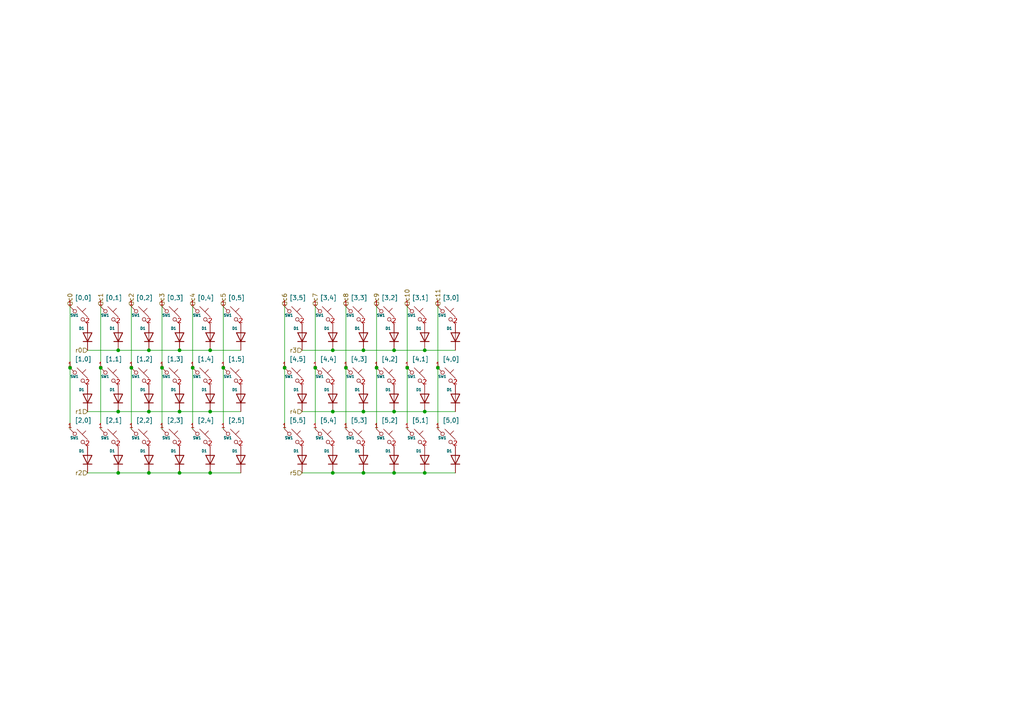
<source format=kicad_sch>
(kicad_sch (version 20230121) (generator eeschema)

  (uuid 20cc01ec-b59e-4033-ad8f-d522c08c2555)

  (paper "A4")

  (lib_symbols
    (symbol "Diode:1N4148W" (pin_numbers hide) (pin_names hide) (in_bom yes) (on_board yes)
      (property "Reference" "D" (at 0 2.54 0)
        (effects (font (size 1.27 1.27)))
      )
      (property "Value" "1N4148W" (at 0 -2.54 0)
        (effects (font (size 1.27 1.27)))
      )
      (property "Footprint" "Diode_SMD:D_SOD-123" (at 0 -4.445 0)
        (effects (font (size 1.27 1.27)) hide)
      )
      (property "Datasheet" "https://www.vishay.com/docs/85748/1n4148w.pdf" (at 0 0 0)
        (effects (font (size 1.27 1.27)) hide)
      )
      (property "Sim.Device" "D" (at 0 0 0)
        (effects (font (size 1.27 1.27)) hide)
      )
      (property "Sim.Pins" "1=K 2=A" (at 0 0 0)
        (effects (font (size 1.27 1.27)) hide)
      )
      (property "ki_keywords" "diode" (at 0 0 0)
        (effects (font (size 1.27 1.27)) hide)
      )
      (property "ki_description" "75V 0.15A Fast Switching Diode, SOD-123" (at 0 0 0)
        (effects (font (size 1.27 1.27)) hide)
      )
      (property "ki_fp_filters" "D*SOD?123*" (at 0 0 0)
        (effects (font (size 1.27 1.27)) hide)
      )
      (symbol "1N4148W_0_1"
        (polyline
          (pts
            (xy -1.27 1.27)
            (xy -1.27 -1.27)
          )
          (stroke (width 0.254) (type default))
          (fill (type none))
        )
        (polyline
          (pts
            (xy 1.27 0)
            (xy -1.27 0)
          )
          (stroke (width 0) (type default))
          (fill (type none))
        )
        (polyline
          (pts
            (xy 1.27 1.27)
            (xy 1.27 -1.27)
            (xy -1.27 0)
            (xy 1.27 1.27)
          )
          (stroke (width 0.254) (type default))
          (fill (type none))
        )
      )
      (symbol "1N4148W_1_1"
        (pin passive line (at -3.81 0 0) (length 2.54)
          (name "K" (effects (font (size 1.27 1.27))))
          (number "1" (effects (font (size 1.27 1.27))))
        )
        (pin passive line (at 3.81 0 180) (length 2.54)
          (name "A" (effects (font (size 1.27 1.27))))
          (number "2" (effects (font (size 1.27 1.27))))
        )
      )
    )
    (symbol "SW_Push_45deg_1" (pin_names (offset 1.016) hide) (in_bom yes) (on_board yes)
      (property "Reference" "SW" (at 3.048 1.016 0)
        (effects (font (size 1.27 1.27)) (justify left))
      )
      (property "Value" "SW_Push_45deg" (at 0 -3.81 0)
        (effects (font (size 1.27 1.27)))
      )
      (property "Footprint" "" (at 0 0 0)
        (effects (font (size 1.27 1.27)) hide)
      )
      (property "Datasheet" "~" (at 0 0 0)
        (effects (font (size 1.27 1.27)) hide)
      )
      (property "ki_keywords" "switch normally-open pushbutton push-button" (at 0 0 0)
        (effects (font (size 1.27 1.27)) hide)
      )
      (property "ki_description" "Push button switch, normally open, two pins, 45° tilted" (at 0 0 0)
        (effects (font (size 1.27 1.27)) hide)
      )
      (symbol "SW_Push_45deg_1_0_1"
        (circle (center -1.1684 1.1684) (radius 0.508)
          (stroke (width 0) (type default))
          (fill (type none))
        )
        (polyline
          (pts
            (xy -0.508 2.54)
            (xy 2.54 -0.508)
          )
          (stroke (width 0) (type default))
          (fill (type none))
        )
        (polyline
          (pts
            (xy 1.016 1.016)
            (xy 2.032 2.032)
          )
          (stroke (width 0) (type default))
          (fill (type none))
        )
        (polyline
          (pts
            (xy -2.54 2.54)
            (xy -1.524 1.524)
            (xy -1.524 1.524)
          )
          (stroke (width 0) (type default))
          (fill (type none))
        )
        (polyline
          (pts
            (xy 1.524 -1.524)
            (xy 2.54 -2.54)
            (xy 2.54 -2.54)
            (xy 2.54 -2.54)
          )
          (stroke (width 0) (type default))
          (fill (type none))
        )
        (circle (center 1.143 -1.1938) (radius 0.508)
          (stroke (width 0) (type default))
          (fill (type none))
        )
        (pin passive line (at -2.54 2.54 0) (length 0)
          (name "1" (effects (font (size 1.27 1.27))))
          (number "1" (effects (font (size 1.27 1.27))))
        )
        (pin passive line (at 2.54 -2.54 180) (length 0)
          (name "2" (effects (font (size 1.27 1.27))))
          (number "2" (effects (font (size 1.27 1.27))))
        )
      )
    )
  )

  (junction (at 91.44 106.68) (diameter 0) (color 0 0 0 0)
    (uuid 10f9bf95-91ad-4297-a323-c2d51d83dc43)
  )
  (junction (at 96.52 137.16) (diameter 0) (color 0 0 0 0)
    (uuid 13a5f627-a2cd-4e47-a815-93cd4f718c72)
  )
  (junction (at 34.29 101.6) (diameter 0) (color 0 0 0 0)
    (uuid 1488cfcf-28e6-48cd-bd5d-1c628a53d590)
  )
  (junction (at 100.33 106.68) (diameter 0) (color 0 0 0 0)
    (uuid 197b4d18-dc54-4412-a5db-da8daff4aaf5)
  )
  (junction (at 105.41 137.16) (diameter 0) (color 0 0 0 0)
    (uuid 1da3e3c2-5838-46c5-9725-cef05dfbf963)
  )
  (junction (at 96.52 119.38) (diameter 0) (color 0 0 0 0)
    (uuid 2dea2d65-bece-413a-9afa-45d84ca12682)
  )
  (junction (at 123.19 137.16) (diameter 0) (color 0 0 0 0)
    (uuid 3b611a27-beb0-4460-a6e3-7dc076ba6711)
  )
  (junction (at 118.11 106.68) (diameter 0) (color 0 0 0 0)
    (uuid 4e23bae8-2ced-4520-b4f2-7d0b25b1a7d6)
  )
  (junction (at 60.96 137.16) (diameter 0) (color 0 0 0 0)
    (uuid 4e369d66-0dd2-461c-8056-30402dc7cc9b)
  )
  (junction (at 46.99 106.68) (diameter 0) (color 0 0 0 0)
    (uuid 57b09cc0-8f78-43b3-9933-96d9e6e8a16f)
  )
  (junction (at 96.52 101.6) (diameter 0) (color 0 0 0 0)
    (uuid 584db373-f082-466d-9918-4f5ea6bc1d9b)
  )
  (junction (at 123.19 101.6) (diameter 0) (color 0 0 0 0)
    (uuid 5b4be45a-0cde-4294-bfce-16c3ff756af2)
  )
  (junction (at 82.55 106.68) (diameter 0) (color 0 0 0 0)
    (uuid 64de4154-0157-4189-82ab-7e3f347dcbdd)
  )
  (junction (at 52.07 119.38) (diameter 0) (color 0 0 0 0)
    (uuid 6a20fa2d-1393-4e6f-9a8a-95888499b4e0)
  )
  (junction (at 20.32 106.68) (diameter 0) (color 0 0 0 0)
    (uuid 711543bd-3d58-48d7-aed5-30883e4a7d3d)
  )
  (junction (at 114.3 119.38) (diameter 0) (color 0 0 0 0)
    (uuid 73d38878-9f94-4ca2-b580-7212c56c0fd7)
  )
  (junction (at 43.18 137.16) (diameter 0) (color 0 0 0 0)
    (uuid 7b2ae517-b26a-458c-a4cc-b8a207013345)
  )
  (junction (at 105.41 119.38) (diameter 0) (color 0 0 0 0)
    (uuid 7b42cc14-45cf-4568-9ab4-2cfef9289e6d)
  )
  (junction (at 127 106.68) (diameter 0) (color 0 0 0 0)
    (uuid 8264adf8-61c5-42a3-beb5-93d0cefcaf47)
  )
  (junction (at 52.07 137.16) (diameter 0) (color 0 0 0 0)
    (uuid 89bb9108-29d3-427e-bc47-9b3c1504ac64)
  )
  (junction (at 105.41 101.6) (diameter 0) (color 0 0 0 0)
    (uuid 925dcda4-d621-47f7-97a2-02900a0ab3fa)
  )
  (junction (at 114.3 101.6) (diameter 0) (color 0 0 0 0)
    (uuid 94ca22aa-31a1-43c1-8328-bbea5f7799be)
  )
  (junction (at 34.29 137.16) (diameter 0) (color 0 0 0 0)
    (uuid 9a1b7293-d909-4e48-bae2-7bc0a3329a1d)
  )
  (junction (at 43.18 101.6) (diameter 0) (color 0 0 0 0)
    (uuid 9d47f6ba-5f48-44d5-98fd-194121601744)
  )
  (junction (at 52.07 101.6) (diameter 0) (color 0 0 0 0)
    (uuid a1e4cb80-0b47-42a1-adbe-5b8ab2b7aa8b)
  )
  (junction (at 123.19 119.38) (diameter 0) (color 0 0 0 0)
    (uuid abe85a1a-622e-4cb9-a145-652f1df56f7a)
  )
  (junction (at 34.29 119.38) (diameter 0) (color 0 0 0 0)
    (uuid bc5addf1-571c-40ba-a85e-9c54d9d385b2)
  )
  (junction (at 64.77 106.68) (diameter 0) (color 0 0 0 0)
    (uuid bde275a6-cb31-42a6-a41e-1a99353d25b0)
  )
  (junction (at 55.88 106.68) (diameter 0) (color 0 0 0 0)
    (uuid c0886c8c-90e2-40eb-b154-856f188e1ad9)
  )
  (junction (at 114.3 137.16) (diameter 0) (color 0 0 0 0)
    (uuid c1549ea7-e23d-4ec3-958b-594493c06782)
  )
  (junction (at 38.1 106.68) (diameter 0) (color 0 0 0 0)
    (uuid c92f2a33-2065-4325-a6db-e6d360184716)
  )
  (junction (at 43.18 119.38) (diameter 0) (color 0 0 0 0)
    (uuid d2b4d3b3-8431-4b2d-af6b-ac4cca614220)
  )
  (junction (at 109.22 106.68) (diameter 0) (color 0 0 0 0)
    (uuid dbbd7785-b31e-4366-9e95-68912e23bede)
  )
  (junction (at 60.96 101.6) (diameter 0) (color 0 0 0 0)
    (uuid e3bd648b-85ba-4a6f-8f67-a02edd5c10ef)
  )
  (junction (at 29.21 106.68) (diameter 0) (color 0 0 0 0)
    (uuid e5ade78a-f9e4-4504-a74b-9da0a3a312e8)
  )
  (junction (at 60.96 119.38) (diameter 0) (color 0 0 0 0)
    (uuid f63a4f27-ce33-4345-a14d-cb74bfb2b2ac)
  )

  (wire (pts (xy 123.19 101.6) (xy 132.08 101.6))
    (stroke (width 0) (type default))
    (uuid 03585cc3-896b-42ab-9b87-2b0c89509983)
  )
  (wire (pts (xy 105.41 101.6) (xy 114.3 101.6))
    (stroke (width 0) (type default))
    (uuid 0ae755ef-7f3a-46e3-9ee8-57a70c7f7487)
  )
  (wire (pts (xy 55.88 106.68) (xy 55.88 124.46))
    (stroke (width 0) (type default))
    (uuid 1196b131-ee69-4e48-b56d-a29642cf5e42)
  )
  (wire (pts (xy 105.41 137.16) (xy 114.3 137.16))
    (stroke (width 0) (type default))
    (uuid 16176d1c-4c5f-4ca6-a411-770586b9dcdc)
  )
  (wire (pts (xy 43.18 119.38) (xy 52.07 119.38))
    (stroke (width 0) (type default))
    (uuid 1a3aba0a-a75b-4e45-8c0e-de4ba9f085bd)
  )
  (wire (pts (xy 52.07 137.16) (xy 60.96 137.16))
    (stroke (width 0) (type default))
    (uuid 1d102f28-e1e1-4f17-89f4-f988511e17b2)
  )
  (wire (pts (xy 82.55 88.9) (xy 82.55 106.68))
    (stroke (width 0) (type default))
    (uuid 1d2727a4-4fd1-42bc-a00a-ded0108adf8d)
  )
  (wire (pts (xy 87.63 137.16) (xy 96.52 137.16))
    (stroke (width 0) (type default))
    (uuid 2529e050-7234-4beb-8746-167479d3419d)
  )
  (wire (pts (xy 96.52 101.6) (xy 105.41 101.6))
    (stroke (width 0) (type default))
    (uuid 3a263983-9cd3-49a9-8898-8ca5389622bf)
  )
  (wire (pts (xy 100.33 106.68) (xy 100.33 124.46))
    (stroke (width 0) (type default))
    (uuid 3db3cb19-3a4e-4fff-9e55-817b6a53ca64)
  )
  (wire (pts (xy 20.32 88.9) (xy 20.32 106.68))
    (stroke (width 0) (type default))
    (uuid 3dfef5e1-b580-480f-b315-2d3b1548c694)
  )
  (wire (pts (xy 114.3 101.6) (xy 123.19 101.6))
    (stroke (width 0) (type default))
    (uuid 45d70ed9-5d97-402b-964c-0e5ce2185f77)
  )
  (wire (pts (xy 55.88 88.9) (xy 55.88 106.68))
    (stroke (width 0) (type default))
    (uuid 466cf4e1-0353-4883-929a-0359122aa0b2)
  )
  (wire (pts (xy 43.18 137.16) (xy 52.07 137.16))
    (stroke (width 0) (type default))
    (uuid 4e356966-9689-434d-b2a9-c104aae2eb6e)
  )
  (wire (pts (xy 127 106.68) (xy 127 124.46))
    (stroke (width 0) (type default))
    (uuid 546b73c4-62e6-433f-b55f-a04e0e3d6ec5)
  )
  (wire (pts (xy 43.18 101.6) (xy 52.07 101.6))
    (stroke (width 0) (type default))
    (uuid 5777903f-e9f7-4da8-84f7-a4f0a80fbb93)
  )
  (wire (pts (xy 114.3 137.16) (xy 123.19 137.16))
    (stroke (width 0) (type default))
    (uuid 5f835b71-371b-492a-a57d-59615e493f1d)
  )
  (wire (pts (xy 38.1 88.9) (xy 38.1 106.68))
    (stroke (width 0) (type default))
    (uuid 60d27caf-0288-4e93-a87a-f7ad4070034f)
  )
  (wire (pts (xy 64.77 88.9) (xy 64.77 106.68))
    (stroke (width 0) (type default))
    (uuid 656d7e11-9dac-4d5a-b5a4-c4ca97b1314a)
  )
  (wire (pts (xy 34.29 101.6) (xy 43.18 101.6))
    (stroke (width 0) (type default))
    (uuid 67e011c7-03e9-47d8-9f88-d656b92ac2a7)
  )
  (wire (pts (xy 127 88.9) (xy 127 106.68))
    (stroke (width 0) (type default))
    (uuid 73ba3d74-032a-43ff-811c-fc09526af9b0)
  )
  (wire (pts (xy 25.4 119.38) (xy 34.29 119.38))
    (stroke (width 0) (type default))
    (uuid 73eb6052-2667-4e3d-9f37-136299491027)
  )
  (wire (pts (xy 52.07 101.6) (xy 60.96 101.6))
    (stroke (width 0) (type default))
    (uuid 790c4b4e-f513-4fa1-ba25-8aa1b744235b)
  )
  (wire (pts (xy 91.44 106.68) (xy 91.44 124.46))
    (stroke (width 0) (type default))
    (uuid 8109523e-a9c8-435c-9340-245398d3ea49)
  )
  (wire (pts (xy 118.11 106.68) (xy 118.11 124.46))
    (stroke (width 0) (type default))
    (uuid 836f3a4d-b95a-48ab-8724-5abb8de8f1e4)
  )
  (wire (pts (xy 123.19 137.16) (xy 132.08 137.16))
    (stroke (width 0) (type default))
    (uuid 83c1cab0-1690-454d-90f8-d1ecbb21defb)
  )
  (wire (pts (xy 46.99 88.9) (xy 46.99 106.68))
    (stroke (width 0) (type default))
    (uuid 8656879e-b28e-4a64-91bd-79ae058ab856)
  )
  (wire (pts (xy 109.22 88.9) (xy 109.22 106.68))
    (stroke (width 0) (type default))
    (uuid 880aa85d-6771-4229-bf74-ea012c9bf06d)
  )
  (wire (pts (xy 25.4 101.6) (xy 34.29 101.6))
    (stroke (width 0) (type default))
    (uuid 88fdbf3e-f50e-4df1-a0e3-a7390212d092)
  )
  (wire (pts (xy 20.32 106.68) (xy 20.32 124.46))
    (stroke (width 0) (type default))
    (uuid 9334e5a9-15ed-4e5a-ae63-e4a4fa5983f9)
  )
  (wire (pts (xy 118.11 88.9) (xy 118.11 106.68))
    (stroke (width 0) (type default))
    (uuid 938bc0dc-5650-4530-9e21-46b1496f30cd)
  )
  (wire (pts (xy 114.3 119.38) (xy 123.19 119.38))
    (stroke (width 0) (type default))
    (uuid 968c729b-5e59-41b5-952c-e19951db7c57)
  )
  (wire (pts (xy 60.96 137.16) (xy 69.85 137.16))
    (stroke (width 0) (type default))
    (uuid 97af41a2-3d9a-4eb2-890d-abf008f93d93)
  )
  (wire (pts (xy 87.63 101.6) (xy 96.52 101.6))
    (stroke (width 0) (type default))
    (uuid 98142eca-723f-46e9-9bdd-ac9fc71a6d5b)
  )
  (wire (pts (xy 91.44 88.9) (xy 91.44 106.68))
    (stroke (width 0) (type default))
    (uuid 99315612-41f4-41d7-98ae-c9ba8a47bf0c)
  )
  (wire (pts (xy 60.96 101.6) (xy 69.85 101.6))
    (stroke (width 0) (type default))
    (uuid 9b994aa5-6cbe-410c-927a-e7555839f27b)
  )
  (wire (pts (xy 87.63 119.38) (xy 96.52 119.38))
    (stroke (width 0) (type default))
    (uuid 9d86473c-dff0-48b3-807d-ebbcb61b137b)
  )
  (wire (pts (xy 38.1 106.68) (xy 38.1 124.46))
    (stroke (width 0) (type default))
    (uuid 9dacf3d9-4d33-4991-804f-ee8971f461bf)
  )
  (wire (pts (xy 105.41 119.38) (xy 114.3 119.38))
    (stroke (width 0) (type default))
    (uuid a345c639-b3f7-49d6-8615-c1c9f4cf9f59)
  )
  (wire (pts (xy 96.52 137.16) (xy 105.41 137.16))
    (stroke (width 0) (type default))
    (uuid a754da55-d80e-4ee5-9400-3223053bc424)
  )
  (wire (pts (xy 60.96 119.38) (xy 69.85 119.38))
    (stroke (width 0) (type default))
    (uuid ab55c386-7c2b-4dab-8bd5-f0ddac053bdd)
  )
  (wire (pts (xy 109.22 106.68) (xy 109.22 124.46))
    (stroke (width 0) (type default))
    (uuid ac5caa41-2337-4223-b231-2b69754830e7)
  )
  (wire (pts (xy 123.19 119.38) (xy 132.08 119.38))
    (stroke (width 0) (type default))
    (uuid ade80c6a-003c-4b81-949a-671344d42ec9)
  )
  (wire (pts (xy 82.55 106.68) (xy 82.55 124.46))
    (stroke (width 0) (type default))
    (uuid ba862885-14f4-4324-bec3-9c54be44715f)
  )
  (wire (pts (xy 100.33 88.9) (xy 100.33 106.68))
    (stroke (width 0) (type default))
    (uuid c0d12220-5f0c-4625-876c-fa6325cf4b74)
  )
  (wire (pts (xy 46.99 106.68) (xy 46.99 124.46))
    (stroke (width 0) (type default))
    (uuid d44a8755-b3bc-4d30-9b77-6667852aad2f)
  )
  (wire (pts (xy 34.29 137.16) (xy 43.18 137.16))
    (stroke (width 0) (type default))
    (uuid de0a6a63-427b-463e-954a-982fac131505)
  )
  (wire (pts (xy 96.52 119.38) (xy 105.41 119.38))
    (stroke (width 0) (type default))
    (uuid e6a77f62-c86e-41e7-b01b-cc6d8e71505f)
  )
  (wire (pts (xy 64.77 106.68) (xy 64.77 124.46))
    (stroke (width 0) (type default))
    (uuid e82a035c-9249-41d9-b2d5-5408f0bb9099)
  )
  (wire (pts (xy 29.21 106.68) (xy 29.21 124.46))
    (stroke (width 0) (type default))
    (uuid e8675f8d-0336-4140-9645-962d52f7e038)
  )
  (wire (pts (xy 25.4 137.16) (xy 34.29 137.16))
    (stroke (width 0) (type default))
    (uuid eef70742-c84d-4364-8b7b-741d8e6e96ac)
  )
  (wire (pts (xy 29.21 88.9) (xy 29.21 106.68))
    (stroke (width 0) (type default))
    (uuid ef61f9f5-2a1e-4284-ad7c-5195074e6f4b)
  )
  (wire (pts (xy 52.07 119.38) (xy 60.96 119.38))
    (stroke (width 0) (type default))
    (uuid f9fdfd91-96a8-4b70-a84e-4b66b444d8a0)
  )
  (wire (pts (xy 34.29 119.38) (xy 43.18 119.38))
    (stroke (width 0) (type default))
    (uuid fea4e9e3-340e-48c1-a202-4312f53f9353)
  )

  (hierarchical_label "c4" (shape input) (at 55.88 88.9 90) (fields_autoplaced)
    (effects (font (size 1.27 1.27)) (justify left))
    (uuid 2854c836-1649-4000-a3aa-d9ba4c45dc1e)
  )
  (hierarchical_label "r5" (shape input) (at 87.63 137.16 180) (fields_autoplaced)
    (effects (font (size 1.27 1.27)) (justify right))
    (uuid 3cb5b018-869e-47e4-93b0-a0b392e207e6)
  )
  (hierarchical_label "c2" (shape input) (at 38.1 88.9 90) (fields_autoplaced)
    (effects (font (size 1.27 1.27)) (justify left))
    (uuid 424128d1-9a12-4066-8353-e8489c377e81)
  )
  (hierarchical_label "c7" (shape input) (at 91.44 88.9 90) (fields_autoplaced)
    (effects (font (size 1.27 1.27)) (justify left))
    (uuid 563d4840-192c-40fe-86a6-b5ca7961035a)
  )
  (hierarchical_label "c1" (shape input) (at 29.21 88.9 90) (fields_autoplaced)
    (effects (font (size 1.27 1.27)) (justify left))
    (uuid 58e0a38f-b1d8-40eb-a960-3fa32cc06e00)
  )
  (hierarchical_label "c5" (shape input) (at 64.77 88.9 90) (fields_autoplaced)
    (effects (font (size 1.27 1.27)) (justify left))
    (uuid 5ef4f6a3-5c8c-4119-a5a7-606c6ece99e3)
  )
  (hierarchical_label "r3" (shape input) (at 87.63 101.6 180) (fields_autoplaced)
    (effects (font (size 1.27 1.27)) (justify right))
    (uuid 60c7b68a-d7cc-49c1-8584-d3822be565e1)
  )
  (hierarchical_label "c3" (shape input) (at 46.99 88.9 90) (fields_autoplaced)
    (effects (font (size 1.27 1.27)) (justify left))
    (uuid 66688fa4-63f2-4b41-9559-403bbbceef2f)
  )
  (hierarchical_label "c11" (shape input) (at 127 88.9 90) (fields_autoplaced)
    (effects (font (size 1.27 1.27)) (justify left))
    (uuid 672e8eb7-6e97-4c04-9eb2-2dbf92b08ae9)
  )
  (hierarchical_label "c10" (shape input) (at 118.11 88.9 90) (fields_autoplaced)
    (effects (font (size 1.27 1.27)) (justify left))
    (uuid 884fd82a-663c-4c44-8191-ce17c6d20795)
  )
  (hierarchical_label "r1" (shape input) (at 25.4 119.38 180) (fields_autoplaced)
    (effects (font (size 1.27 1.27)) (justify right))
    (uuid 8cf6fd8c-98c9-425a-8f2a-7fbb815ee660)
  )
  (hierarchical_label "c9" (shape input) (at 109.22 88.9 90) (fields_autoplaced)
    (effects (font (size 1.27 1.27)) (justify left))
    (uuid 929ef516-ba5e-4503-922b-96d6e1c3a4cf)
  )
  (hierarchical_label "r4" (shape input) (at 87.63 119.38 180) (fields_autoplaced)
    (effects (font (size 1.27 1.27)) (justify right))
    (uuid b4f17ecf-06e8-4308-8cdc-8522f4801da4)
  )
  (hierarchical_label "r2" (shape input) (at 25.4 137.16 180) (fields_autoplaced)
    (effects (font (size 1.27 1.27)) (justify right))
    (uuid d32125cb-4b63-4187-99f8-cc3c6112d640)
  )
  (hierarchical_label "r0" (shape input) (at 25.4 101.6 180) (fields_autoplaced)
    (effects (font (size 1.27 1.27)) (justify right))
    (uuid d56c38e8-5a3e-4921-81c4-3fa54190a457)
  )
  (hierarchical_label "c6" (shape input) (at 82.55 88.9 90) (fields_autoplaced)
    (effects (font (size 1.27 1.27)) (justify left))
    (uuid e2bdeaf5-0b11-4bc8-88e0-f3c1532ad854)
  )
  (hierarchical_label "c8" (shape input) (at 100.33 88.9 90) (fields_autoplaced)
    (effects (font (size 1.27 1.27)) (justify left))
    (uuid e305ef5a-31d3-4406-b3ca-bde1b6325fb3)
  )
  (hierarchical_label "c0" (shape input) (at 20.32 88.9 90) (fields_autoplaced)
    (effects (font (size 1.27 1.27)) (justify left))
    (uuid f4e9049b-6830-4db0-992a-a0b0e34232b3)
  )

  (symbol (lib_name "SW_Push_45deg_1") (lib_id "Switch:SW_Push_45deg") (at 120.65 127 0) (unit 1)
    (in_bom yes) (on_board yes) (dnp no)
    (uuid 00ba614b-0834-4842-927a-03d3c3206807)
    (property "Reference" "SW1" (at 119.38 127 0)
      (effects (font (size 0.75 0.75)))
    )
    (property "Value" "[5,1]" (at 121.92 121.92 0)
      (effects (font (size 1.27 1.27)))
    )
    (property "Footprint" "0-cut-slope:Choc-1u" (at 120.65 127 0)
      (effects (font (size 1.27 1.27)) hide)
    )
    (property "Datasheet" "~" (at 120.65 127 0)
      (effects (font (size 1.27 1.27)) hide)
    )
    (pin "1" (uuid 343efb1c-5cac-47bf-8d0f-2e7ae060e218))
    (pin "2" (uuid 8634564c-518a-40d0-9bae-a7866fe9a056))
    (instances
      (project "cut-slope"
        (path "/bcf08c00-9729-48c6-a1d1-fd61a92f814c"
          (reference "SW1") (unit 1)
        )
        (path "/bcf08c00-9729-48c6-a1d1-fd61a92f814c/05931c95-a9e7-464b-bc2a-a1adbf6ee993"
          (reference "SW22") (unit 1)
        )
      )
    )
  )

  (symbol (lib_name "SW_Push_45deg_1") (lib_id "Switch:SW_Push_45deg") (at 40.64 91.44 0) (unit 1)
    (in_bom yes) (on_board yes) (dnp no)
    (uuid 0604a638-0d85-4ccd-8138-f8f401648489)
    (property "Reference" "SW1" (at 39.37 91.44 0)
      (effects (font (size 0.75 0.75)))
    )
    (property "Value" "[0,2]" (at 41.91 86.36 0)
      (effects (font (size 1.27 1.27)))
    )
    (property "Footprint" "0-cut-slope:Choc-1u" (at 40.64 91.44 0)
      (effects (font (size 1.27 1.27)) hide)
    )
    (property "Datasheet" "~" (at 40.64 91.44 0)
      (effects (font (size 1.27 1.27)) hide)
    )
    (pin "1" (uuid 8548b2ef-8a91-4463-93f4-fa0e293d5513))
    (pin "2" (uuid fbbeb836-c7da-4927-b554-e76948036d5b))
    (instances
      (project "cut-slope"
        (path "/bcf08c00-9729-48c6-a1d1-fd61a92f814c"
          (reference "SW1") (unit 1)
        )
        (path "/bcf08c00-9729-48c6-a1d1-fd61a92f814c/05931c95-a9e7-464b-bc2a-a1adbf6ee993"
          (reference "SW9") (unit 1)
        )
      )
    )
  )

  (symbol (lib_id "Diode:1N4148W") (at 96.52 133.35 90) (unit 1)
    (in_bom yes) (on_board yes) (dnp no)
    (uuid 092e5c20-0abb-4ad3-b0a1-2324b4b763ee)
    (property "Reference" "D1" (at 93.98 130.81 90)
      (effects (font (size 0.75 0.75)) (justify right))
    )
    (property "Value" "1N4148W" (at 99.06 135.255 90)
      (effects (font (size 1.27 1.27)) (justify right) hide)
    )
    (property "Footprint" "0-cut-slope:D_SOD-123" (at 100.965 133.35 0)
      (effects (font (size 1.27 1.27)) hide)
    )
    (property "Datasheet" "https://www.vishay.com/docs/85748/1n4148w.pdf" (at 96.52 133.35 0)
      (effects (font (size 1.27 1.27)) hide)
    )
    (property "Sim.Device" "D" (at 96.52 133.35 0)
      (effects (font (size 1.27 1.27)) hide)
    )
    (property "Sim.Pins" "1=K 2=A" (at 96.52 133.35 0)
      (effects (font (size 1.27 1.27)) hide)
    )
    (pin "1" (uuid 3d880de8-c00f-4cd1-8078-ac03ae10aa40))
    (pin "2" (uuid 64d4eba0-6f06-4951-832e-0b4b1462d949))
    (instances
      (project "cut-slope"
        (path "/bcf08c00-9729-48c6-a1d1-fd61a92f814c"
          (reference "D1") (unit 1)
        )
        (path "/bcf08c00-9729-48c6-a1d1-fd61a92f814c/05931c95-a9e7-464b-bc2a-a1adbf6ee993"
          (reference "D31") (unit 1)
        )
      )
    )
  )

  (symbol (lib_id "Diode:1N4148W") (at 105.41 115.57 90) (unit 1)
    (in_bom yes) (on_board yes) (dnp no)
    (uuid 0a2a1767-d781-4dce-99b8-6db6ebd857f3)
    (property "Reference" "D1" (at 102.87 113.03 90)
      (effects (font (size 0.75 0.75)) (justify right))
    )
    (property "Value" "1N4148W" (at 107.95 117.475 90)
      (effects (font (size 1.27 1.27)) (justify right) hide)
    )
    (property "Footprint" "0-cut-slope:D_SOD-123" (at 109.855 115.57 0)
      (effects (font (size 1.27 1.27)) hide)
    )
    (property "Datasheet" "https://www.vishay.com/docs/85748/1n4148w.pdf" (at 105.41 115.57 0)
      (effects (font (size 1.27 1.27)) hide)
    )
    (property "Sim.Device" "D" (at 105.41 115.57 0)
      (effects (font (size 1.27 1.27)) hide)
    )
    (property "Sim.Pins" "1=K 2=A" (at 105.41 115.57 0)
      (effects (font (size 1.27 1.27)) hide)
    )
    (pin "1" (uuid d40f213b-29c4-4ecf-981d-71f97a466358))
    (pin "2" (uuid 9b094ac4-e535-4f2a-b067-a85a4049187d))
    (instances
      (project "cut-slope"
        (path "/bcf08c00-9729-48c6-a1d1-fd61a92f814c"
          (reference "D1") (unit 1)
        )
        (path "/bcf08c00-9729-48c6-a1d1-fd61a92f814c/05931c95-a9e7-464b-bc2a-a1adbf6ee993"
          (reference "D29") (unit 1)
        )
      )
    )
  )

  (symbol (lib_id "Diode:1N4148W") (at 52.07 133.35 90) (unit 1)
    (in_bom yes) (on_board yes) (dnp no)
    (uuid 0a759551-ddd7-4d9f-880c-3217d501fcd2)
    (property "Reference" "D1" (at 49.53 130.81 90)
      (effects (font (size 0.75 0.75)) (justify right))
    )
    (property "Value" "1N4148W" (at 54.61 135.255 90)
      (effects (font (size 1.27 1.27)) (justify right) hide)
    )
    (property "Footprint" "0-cut-slope:D_SOD-123" (at 56.515 133.35 0)
      (effects (font (size 1.27 1.27)) hide)
    )
    (property "Datasheet" "https://www.vishay.com/docs/85748/1n4148w.pdf" (at 52.07 133.35 0)
      (effects (font (size 1.27 1.27)) hide)
    )
    (property "Sim.Device" "D" (at 52.07 133.35 0)
      (effects (font (size 1.27 1.27)) hide)
    )
    (property "Sim.Pins" "1=K 2=A" (at 52.07 133.35 0)
      (effects (font (size 1.27 1.27)) hide)
    )
    (pin "1" (uuid 83d18fb5-0385-4de5-b945-0f4bfc729592))
    (pin "2" (uuid cc5251da-ad81-457d-b224-12b84a4756c9))
    (instances
      (project "cut-slope"
        (path "/bcf08c00-9729-48c6-a1d1-fd61a92f814c"
          (reference "D1") (unit 1)
        )
        (path "/bcf08c00-9729-48c6-a1d1-fd61a92f814c/05931c95-a9e7-464b-bc2a-a1adbf6ee993"
          (reference "D10") (unit 1)
        )
      )
    )
  )

  (symbol (lib_id "Diode:1N4148W") (at 96.52 115.57 90) (unit 1)
    (in_bom yes) (on_board yes) (dnp no)
    (uuid 0cd50eed-4a49-4f9d-9b96-893cfaee6254)
    (property "Reference" "D1" (at 93.98 113.03 90)
      (effects (font (size 0.75 0.75)) (justify right))
    )
    (property "Value" "1N4148W" (at 99.06 117.475 90)
      (effects (font (size 1.27 1.27)) (justify right) hide)
    )
    (property "Footprint" "0-cut-slope:D_SOD-123" (at 100.965 115.57 0)
      (effects (font (size 1.27 1.27)) hide)
    )
    (property "Datasheet" "https://www.vishay.com/docs/85748/1n4148w.pdf" (at 96.52 115.57 0)
      (effects (font (size 1.27 1.27)) hide)
    )
    (property "Sim.Device" "D" (at 96.52 115.57 0)
      (effects (font (size 1.27 1.27)) hide)
    )
    (property "Sim.Pins" "1=K 2=A" (at 96.52 115.57 0)
      (effects (font (size 1.27 1.27)) hide)
    )
    (pin "1" (uuid 4dbe049b-f96d-437b-bb48-dba77132a667))
    (pin "2" (uuid 2692f6d0-7c95-450e-97d4-614b2ed38c4c))
    (instances
      (project "cut-slope"
        (path "/bcf08c00-9729-48c6-a1d1-fd61a92f814c"
          (reference "D1") (unit 1)
        )
        (path "/bcf08c00-9729-48c6-a1d1-fd61a92f814c/05931c95-a9e7-464b-bc2a-a1adbf6ee993"
          (reference "D32") (unit 1)
        )
      )
    )
  )

  (symbol (lib_name "SW_Push_45deg_1") (lib_id "Switch:SW_Push_45deg") (at 120.65 91.44 0) (unit 1)
    (in_bom yes) (on_board yes) (dnp no)
    (uuid 132e6d84-effb-4dc6-8ef7-1fd3dce0e04a)
    (property "Reference" "SW1" (at 119.38 91.44 0)
      (effects (font (size 0.75 0.75)))
    )
    (property "Value" "[3,1]" (at 121.92 86.36 0)
      (effects (font (size 1.27 1.27)))
    )
    (property "Footprint" "0-cut-slope:Choc-1u" (at 120.65 91.44 0)
      (effects (font (size 1.27 1.27)) hide)
    )
    (property "Datasheet" "~" (at 120.65 91.44 0)
      (effects (font (size 1.27 1.27)) hide)
    )
    (pin "1" (uuid eb3fe0ff-005c-4267-ac6f-e5b0e94092a4))
    (pin "2" (uuid 620456d1-4015-4fa2-aee0-8f744bf5c3c9))
    (instances
      (project "cut-slope"
        (path "/bcf08c00-9729-48c6-a1d1-fd61a92f814c"
          (reference "SW1") (unit 1)
        )
        (path "/bcf08c00-9729-48c6-a1d1-fd61a92f814c/05931c95-a9e7-464b-bc2a-a1adbf6ee993"
          (reference "SW24") (unit 1)
        )
      )
    )
  )

  (symbol (lib_id "Diode:1N4148W") (at 25.4 133.35 90) (unit 1)
    (in_bom yes) (on_board yes) (dnp no)
    (uuid 15af01ee-b1c2-4478-874e-9456bc4da689)
    (property "Reference" "D1" (at 22.86 130.81 90)
      (effects (font (size 0.75 0.75)) (justify right))
    )
    (property "Value" "1N4148W" (at 27.94 135.255 90)
      (effects (font (size 1.27 1.27)) (justify right) hide)
    )
    (property "Footprint" "0-cut-slope:D_SOD-123" (at 29.845 133.35 0)
      (effects (font (size 1.27 1.27)) hide)
    )
    (property "Datasheet" "https://www.vishay.com/docs/85748/1n4148w.pdf" (at 25.4 133.35 0)
      (effects (font (size 1.27 1.27)) hide)
    )
    (property "Sim.Device" "D" (at 25.4 133.35 0)
      (effects (font (size 1.27 1.27)) hide)
    )
    (property "Sim.Pins" "1=K 2=A" (at 25.4 133.35 0)
      (effects (font (size 1.27 1.27)) hide)
    )
    (pin "1" (uuid edb5c8d5-f49a-4ecb-86aa-cb722cce6989))
    (pin "2" (uuid e72bf174-c758-4ffb-a3b2-98902a562053))
    (instances
      (project "cut-slope"
        (path "/bcf08c00-9729-48c6-a1d1-fd61a92f814c"
          (reference "D1") (unit 1)
        )
        (path "/bcf08c00-9729-48c6-a1d1-fd61a92f814c/05931c95-a9e7-464b-bc2a-a1adbf6ee993"
          (reference "D1") (unit 1)
        )
      )
    )
  )

  (symbol (lib_name "SW_Push_45deg_1") (lib_id "Switch:SW_Push_45deg") (at 129.54 127 0) (unit 1)
    (in_bom yes) (on_board yes) (dnp no)
    (uuid 16b562b8-0261-4921-8047-8e4900a819e3)
    (property "Reference" "SW1" (at 128.27 127 0)
      (effects (font (size 0.75 0.75)))
    )
    (property "Value" "[5,0]" (at 130.81 121.92 0)
      (effects (font (size 1.27 1.27)))
    )
    (property "Footprint" "0-cut-slope:Choc-1u" (at 129.54 127 0)
      (effects (font (size 1.27 1.27)) hide)
    )
    (property "Datasheet" "~" (at 129.54 127 0)
      (effects (font (size 1.27 1.27)) hide)
    )
    (pin "1" (uuid 5f89af88-eace-4652-bbeb-def13cb812cf))
    (pin "2" (uuid ddce8039-b90f-4989-86c8-6e4888415331))
    (instances
      (project "cut-slope"
        (path "/bcf08c00-9729-48c6-a1d1-fd61a92f814c"
          (reference "SW1") (unit 1)
        )
        (path "/bcf08c00-9729-48c6-a1d1-fd61a92f814c/05931c95-a9e7-464b-bc2a-a1adbf6ee993"
          (reference "SW19") (unit 1)
        )
      )
    )
  )

  (symbol (lib_id "Diode:1N4148W") (at 69.85 115.57 90) (unit 1)
    (in_bom yes) (on_board yes) (dnp no)
    (uuid 178ab347-1028-41de-8bbf-bc3c2e7c5195)
    (property "Reference" "D1" (at 67.31 113.03 90)
      (effects (font (size 0.75 0.75)) (justify right))
    )
    (property "Value" "1N4148W" (at 72.39 117.475 90)
      (effects (font (size 1.27 1.27)) (justify right) hide)
    )
    (property "Footprint" "0-cut-slope:D_SOD-123" (at 74.295 115.57 0)
      (effects (font (size 1.27 1.27)) hide)
    )
    (property "Datasheet" "https://www.vishay.com/docs/85748/1n4148w.pdf" (at 69.85 115.57 0)
      (effects (font (size 1.27 1.27)) hide)
    )
    (property "Sim.Device" "D" (at 69.85 115.57 0)
      (effects (font (size 1.27 1.27)) hide)
    )
    (property "Sim.Pins" "1=K 2=A" (at 69.85 115.57 0)
      (effects (font (size 1.27 1.27)) hide)
    )
    (pin "1" (uuid 827c8752-43ea-4bd2-9248-875f73254188))
    (pin "2" (uuid 787368be-ceae-4f47-a989-df85509c9ab5))
    (instances
      (project "cut-slope"
        (path "/bcf08c00-9729-48c6-a1d1-fd61a92f814c"
          (reference "D1") (unit 1)
        )
        (path "/bcf08c00-9729-48c6-a1d1-fd61a92f814c/05931c95-a9e7-464b-bc2a-a1adbf6ee993"
          (reference "D17") (unit 1)
        )
      )
    )
  )

  (symbol (lib_id "Diode:1N4148W") (at 132.08 133.35 90) (unit 1)
    (in_bom yes) (on_board yes) (dnp no)
    (uuid 17aa4210-5d1c-4d1f-9f15-546576d48dc0)
    (property "Reference" "D1" (at 129.54 130.81 90)
      (effects (font (size 0.75 0.75)) (justify right))
    )
    (property "Value" "1N4148W" (at 134.62 135.255 90)
      (effects (font (size 1.27 1.27)) (justify right) hide)
    )
    (property "Footprint" "0-cut-slope:D_SOD-123" (at 136.525 133.35 0)
      (effects (font (size 1.27 1.27)) hide)
    )
    (property "Datasheet" "https://www.vishay.com/docs/85748/1n4148w.pdf" (at 132.08 133.35 0)
      (effects (font (size 1.27 1.27)) hide)
    )
    (property "Sim.Device" "D" (at 132.08 133.35 0)
      (effects (font (size 1.27 1.27)) hide)
    )
    (property "Sim.Pins" "1=K 2=A" (at 132.08 133.35 0)
      (effects (font (size 1.27 1.27)) hide)
    )
    (pin "1" (uuid 6457d333-ca91-4626-a91a-04aa17873dd7))
    (pin "2" (uuid 14dc773b-d999-4d0f-b6fb-68b21d2f145f))
    (instances
      (project "cut-slope"
        (path "/bcf08c00-9729-48c6-a1d1-fd61a92f814c"
          (reference "D1") (unit 1)
        )
        (path "/bcf08c00-9729-48c6-a1d1-fd61a92f814c/05931c95-a9e7-464b-bc2a-a1adbf6ee993"
          (reference "D19") (unit 1)
        )
      )
    )
  )

  (symbol (lib_name "SW_Push_45deg_1") (lib_id "Switch:SW_Push_45deg") (at 58.42 109.22 0) (unit 1)
    (in_bom yes) (on_board yes) (dnp no)
    (uuid 18913085-3a76-4954-b7d2-b03674b631d4)
    (property "Reference" "SW1" (at 57.15 109.22 0)
      (effects (font (size 0.75 0.75)))
    )
    (property "Value" "[1,4]" (at 59.69 104.14 0)
      (effects (font (size 1.27 1.27)))
    )
    (property "Footprint" "0-cut-slope:Choc-1u" (at 58.42 109.22 0)
      (effects (font (size 1.27 1.27)) hide)
    )
    (property "Datasheet" "~" (at 58.42 109.22 0)
      (effects (font (size 1.27 1.27)) hide)
    )
    (pin "1" (uuid 85498747-a604-456a-8fa8-bb54b873b445))
    (pin "2" (uuid 4395e224-ee85-4144-bd12-83a1ca293bdd))
    (instances
      (project "cut-slope"
        (path "/bcf08c00-9729-48c6-a1d1-fd61a92f814c"
          (reference "SW1") (unit 1)
        )
        (path "/bcf08c00-9729-48c6-a1d1-fd61a92f814c/05931c95-a9e7-464b-bc2a-a1adbf6ee993"
          (reference "SW14") (unit 1)
        )
      )
    )
  )

  (symbol (lib_id "Diode:1N4148W") (at 123.19 133.35 90) (unit 1)
    (in_bom yes) (on_board yes) (dnp no)
    (uuid 1bd557f9-23e2-4b11-8a0d-8ab40167c45a)
    (property "Reference" "D1" (at 120.65 130.81 90)
      (effects (font (size 0.75 0.75)) (justify right))
    )
    (property "Value" "1N4148W" (at 125.73 135.255 90)
      (effects (font (size 1.27 1.27)) (justify right) hide)
    )
    (property "Footprint" "0-cut-slope:D_SOD-123" (at 127.635 133.35 0)
      (effects (font (size 1.27 1.27)) hide)
    )
    (property "Datasheet" "https://www.vishay.com/docs/85748/1n4148w.pdf" (at 123.19 133.35 0)
      (effects (font (size 1.27 1.27)) hide)
    )
    (property "Sim.Device" "D" (at 123.19 133.35 0)
      (effects (font (size 1.27 1.27)) hide)
    )
    (property "Sim.Pins" "1=K 2=A" (at 123.19 133.35 0)
      (effects (font (size 1.27 1.27)) hide)
    )
    (pin "1" (uuid a90b63a5-8125-44d9-94d7-5b29cf57c47d))
    (pin "2" (uuid ec6ea41c-b1cd-48c5-b16d-84c0c49e4f67))
    (instances
      (project "cut-slope"
        (path "/bcf08c00-9729-48c6-a1d1-fd61a92f814c"
          (reference "D1") (unit 1)
        )
        (path "/bcf08c00-9729-48c6-a1d1-fd61a92f814c/05931c95-a9e7-464b-bc2a-a1adbf6ee993"
          (reference "D22") (unit 1)
        )
      )
    )
  )

  (symbol (lib_id "Diode:1N4148W") (at 60.96 115.57 90) (unit 1)
    (in_bom yes) (on_board yes) (dnp no)
    (uuid 1bd6c682-70c1-461f-b3e2-c1bd7beba0e1)
    (property "Reference" "D1" (at 58.42 113.03 90)
      (effects (font (size 0.75 0.75)) (justify right))
    )
    (property "Value" "1N4148W" (at 63.5 117.475 90)
      (effects (font (size 1.27 1.27)) (justify right) hide)
    )
    (property "Footprint" "0-cut-slope:D_SOD-123" (at 65.405 115.57 0)
      (effects (font (size 1.27 1.27)) hide)
    )
    (property "Datasheet" "https://www.vishay.com/docs/85748/1n4148w.pdf" (at 60.96 115.57 0)
      (effects (font (size 1.27 1.27)) hide)
    )
    (property "Sim.Device" "D" (at 60.96 115.57 0)
      (effects (font (size 1.27 1.27)) hide)
    )
    (property "Sim.Pins" "1=K 2=A" (at 60.96 115.57 0)
      (effects (font (size 1.27 1.27)) hide)
    )
    (pin "1" (uuid 33fb7a32-2e09-4381-b6a0-4703931adb74))
    (pin "2" (uuid 853f0056-247d-42b8-8410-5ef0f2c78ded))
    (instances
      (project "cut-slope"
        (path "/bcf08c00-9729-48c6-a1d1-fd61a92f814c"
          (reference "D1") (unit 1)
        )
        (path "/bcf08c00-9729-48c6-a1d1-fd61a92f814c/05931c95-a9e7-464b-bc2a-a1adbf6ee993"
          (reference "D14") (unit 1)
        )
      )
    )
  )

  (symbol (lib_name "SW_Push_45deg_1") (lib_id "Switch:SW_Push_45deg") (at 40.64 127 0) (unit 1)
    (in_bom yes) (on_board yes) (dnp no)
    (uuid 22408e3e-4e91-4b4c-b238-f050ff9e5e85)
    (property "Reference" "SW1" (at 39.37 127 0)
      (effects (font (size 0.75 0.75)))
    )
    (property "Value" "[2,2]" (at 41.91 121.92 0)
      (effects (font (size 1.27 1.27)))
    )
    (property "Footprint" "0-cut-slope:Choc-1u" (at 40.64 127 0)
      (effects (font (size 1.27 1.27)) hide)
    )
    (property "Datasheet" "~" (at 40.64 127 0)
      (effects (font (size 1.27 1.27)) hide)
    )
    (pin "1" (uuid fcddb4a1-9049-4ea4-9a84-1ee900f86bd1))
    (pin "2" (uuid 9fc9375e-d3d6-464c-aabd-8221f2db9054))
    (instances
      (project "cut-slope"
        (path "/bcf08c00-9729-48c6-a1d1-fd61a92f814c"
          (reference "SW1") (unit 1)
        )
        (path "/bcf08c00-9729-48c6-a1d1-fd61a92f814c/05931c95-a9e7-464b-bc2a-a1adbf6ee993"
          (reference "SW7") (unit 1)
        )
      )
    )
  )

  (symbol (lib_name "SW_Push_45deg_1") (lib_id "Switch:SW_Push_45deg") (at 31.75 127 0) (unit 1)
    (in_bom yes) (on_board yes) (dnp no)
    (uuid 2437a2db-75e5-4cab-9c46-58d4bd7e562e)
    (property "Reference" "SW1" (at 30.48 127 0)
      (effects (font (size 0.75 0.75)))
    )
    (property "Value" "[2,1]" (at 33.02 121.92 0)
      (effects (font (size 1.27 1.27)))
    )
    (property "Footprint" "0-cut-slope:Choc-1u" (at 31.75 127 0)
      (effects (font (size 1.27 1.27)) hide)
    )
    (property "Datasheet" "~" (at 31.75 127 0)
      (effects (font (size 1.27 1.27)) hide)
    )
    (pin "1" (uuid 38e3f8f3-c6e1-487e-8c4e-d4e97eff1d3f))
    (pin "2" (uuid e98b0d7e-2a13-4395-bb34-5915f161106b))
    (instances
      (project "cut-slope"
        (path "/bcf08c00-9729-48c6-a1d1-fd61a92f814c"
          (reference "SW1") (unit 1)
        )
        (path "/bcf08c00-9729-48c6-a1d1-fd61a92f814c/05931c95-a9e7-464b-bc2a-a1adbf6ee993"
          (reference "SW4") (unit 1)
        )
      )
    )
  )

  (symbol (lib_name "SW_Push_45deg_1") (lib_id "Switch:SW_Push_45deg") (at 49.53 91.44 0) (unit 1)
    (in_bom yes) (on_board yes) (dnp no)
    (uuid 250082f8-0436-4803-8a8d-461cb7c015e9)
    (property "Reference" "SW1" (at 48.26 91.44 0)
      (effects (font (size 0.75 0.75)))
    )
    (property "Value" "[0,3]" (at 50.8 86.36 0)
      (effects (font (size 1.27 1.27)))
    )
    (property "Footprint" "0-cut-slope:Choc-1u" (at 49.53 91.44 0)
      (effects (font (size 1.27 1.27)) hide)
    )
    (property "Datasheet" "~" (at 49.53 91.44 0)
      (effects (font (size 1.27 1.27)) hide)
    )
    (pin "1" (uuid d93c5698-5820-4afb-ade0-845add21c7eb))
    (pin "2" (uuid b04dbade-980e-4013-8323-230cf6e14ff1))
    (instances
      (project "cut-slope"
        (path "/bcf08c00-9729-48c6-a1d1-fd61a92f814c"
          (reference "SW1") (unit 1)
        )
        (path "/bcf08c00-9729-48c6-a1d1-fd61a92f814c/05931c95-a9e7-464b-bc2a-a1adbf6ee993"
          (reference "SW12") (unit 1)
        )
      )
    )
  )

  (symbol (lib_name "SW_Push_45deg_1") (lib_id "Switch:SW_Push_45deg") (at 93.98 109.22 0) (unit 1)
    (in_bom yes) (on_board yes) (dnp no)
    (uuid 26987bc6-8e27-4c0c-bd31-daba992dbe36)
    (property "Reference" "SW1" (at 92.71 109.22 0)
      (effects (font (size 0.75 0.75)))
    )
    (property "Value" "[4,4]" (at 95.25 104.14 0)
      (effects (font (size 1.27 1.27)))
    )
    (property "Footprint" "0-cut-slope:Choc-1u" (at 93.98 109.22 0)
      (effects (font (size 1.27 1.27)) hide)
    )
    (property "Datasheet" "~" (at 93.98 109.22 0)
      (effects (font (size 1.27 1.27)) hide)
    )
    (pin "1" (uuid 93aed879-3e9d-4083-be69-220e4d3f3700))
    (pin "2" (uuid 2a8a6a2a-d174-46dc-bce3-d1a455f59897))
    (instances
      (project "cut-slope"
        (path "/bcf08c00-9729-48c6-a1d1-fd61a92f814c"
          (reference "SW1") (unit 1)
        )
        (path "/bcf08c00-9729-48c6-a1d1-fd61a92f814c/05931c95-a9e7-464b-bc2a-a1adbf6ee993"
          (reference "SW32") (unit 1)
        )
      )
    )
  )

  (symbol (lib_name "SW_Push_45deg_1") (lib_id "Switch:SW_Push_45deg") (at 102.87 91.44 0) (unit 1)
    (in_bom yes) (on_board yes) (dnp no)
    (uuid 29bf961d-8a6c-40be-a4f5-7dc5dab03712)
    (property "Reference" "SW1" (at 101.6 91.44 0)
      (effects (font (size 0.75 0.75)))
    )
    (property "Value" "[3,3]" (at 104.14 86.36 0)
      (effects (font (size 1.27 1.27)))
    )
    (property "Footprint" "0-cut-slope:Choc-1u" (at 102.87 91.44 0)
      (effects (font (size 1.27 1.27)) hide)
    )
    (property "Datasheet" "~" (at 102.87 91.44 0)
      (effects (font (size 1.27 1.27)) hide)
    )
    (pin "1" (uuid ae11611b-44ef-4db5-ae40-2d76f9d9181e))
    (pin "2" (uuid f94c5ea1-e606-4091-acad-cd38d98042c0))
    (instances
      (project "cut-slope"
        (path "/bcf08c00-9729-48c6-a1d1-fd61a92f814c"
          (reference "SW1") (unit 1)
        )
        (path "/bcf08c00-9729-48c6-a1d1-fd61a92f814c/05931c95-a9e7-464b-bc2a-a1adbf6ee993"
          (reference "SW30") (unit 1)
        )
      )
    )
  )

  (symbol (lib_id "Diode:1N4148W") (at 114.3 97.79 90) (unit 1)
    (in_bom yes) (on_board yes) (dnp no)
    (uuid 2ad4ef11-86ea-4d4e-b177-994dee527b14)
    (property "Reference" "D1" (at 111.76 95.25 90)
      (effects (font (size 0.75 0.75)) (justify right))
    )
    (property "Value" "1N4148W" (at 116.84 99.695 90)
      (effects (font (size 1.27 1.27)) (justify right) hide)
    )
    (property "Footprint" "0-cut-slope:D_SOD-123" (at 118.745 97.79 0)
      (effects (font (size 1.27 1.27)) hide)
    )
    (property "Datasheet" "https://www.vishay.com/docs/85748/1n4148w.pdf" (at 114.3 97.79 0)
      (effects (font (size 1.27 1.27)) hide)
    )
    (property "Sim.Device" "D" (at 114.3 97.79 0)
      (effects (font (size 1.27 1.27)) hide)
    )
    (property "Sim.Pins" "1=K 2=A" (at 114.3 97.79 0)
      (effects (font (size 1.27 1.27)) hide)
    )
    (pin "1" (uuid d17aed70-3d23-4b5e-8222-674b95d2690a))
    (pin "2" (uuid 771f3cc1-ebc0-4b83-a72e-7c9037244930))
    (instances
      (project "cut-slope"
        (path "/bcf08c00-9729-48c6-a1d1-fd61a92f814c"
          (reference "D1") (unit 1)
        )
        (path "/bcf08c00-9729-48c6-a1d1-fd61a92f814c/05931c95-a9e7-464b-bc2a-a1adbf6ee993"
          (reference "D27") (unit 1)
        )
      )
    )
  )

  (symbol (lib_id "Diode:1N4148W") (at 43.18 115.57 90) (unit 1)
    (in_bom yes) (on_board yes) (dnp no)
    (uuid 2d0ee97f-778a-4b31-b52b-9d024f86abd9)
    (property "Reference" "D1" (at 40.64 113.03 90)
      (effects (font (size 0.75 0.75)) (justify right))
    )
    (property "Value" "1N4148W" (at 45.72 117.475 90)
      (effects (font (size 1.27 1.27)) (justify right) hide)
    )
    (property "Footprint" "0-cut-slope:D_SOD-123" (at 47.625 115.57 0)
      (effects (font (size 1.27 1.27)) hide)
    )
    (property "Datasheet" "https://www.vishay.com/docs/85748/1n4148w.pdf" (at 43.18 115.57 0)
      (effects (font (size 1.27 1.27)) hide)
    )
    (property "Sim.Device" "D" (at 43.18 115.57 0)
      (effects (font (size 1.27 1.27)) hide)
    )
    (property "Sim.Pins" "1=K 2=A" (at 43.18 115.57 0)
      (effects (font (size 1.27 1.27)) hide)
    )
    (pin "1" (uuid 01a8104e-5e60-4323-8c61-4c559b3aed64))
    (pin "2" (uuid 031063d8-2d1b-4633-84f8-109859e96cf7))
    (instances
      (project "cut-slope"
        (path "/bcf08c00-9729-48c6-a1d1-fd61a92f814c"
          (reference "D1") (unit 1)
        )
        (path "/bcf08c00-9729-48c6-a1d1-fd61a92f814c/05931c95-a9e7-464b-bc2a-a1adbf6ee993"
          (reference "D8") (unit 1)
        )
      )
    )
  )

  (symbol (lib_id "Diode:1N4148W") (at 123.19 115.57 90) (unit 1)
    (in_bom yes) (on_board yes) (dnp no)
    (uuid 2de50a26-28ea-454c-8230-f367159b6a20)
    (property "Reference" "D1" (at 120.65 113.03 90)
      (effects (font (size 0.75 0.75)) (justify right))
    )
    (property "Value" "1N4148W" (at 125.73 117.475 90)
      (effects (font (size 1.27 1.27)) (justify right) hide)
    )
    (property "Footprint" "0-cut-slope:D_SOD-123" (at 127.635 115.57 0)
      (effects (font (size 1.27 1.27)) hide)
    )
    (property "Datasheet" "https://www.vishay.com/docs/85748/1n4148w.pdf" (at 123.19 115.57 0)
      (effects (font (size 1.27 1.27)) hide)
    )
    (property "Sim.Device" "D" (at 123.19 115.57 0)
      (effects (font (size 1.27 1.27)) hide)
    )
    (property "Sim.Pins" "1=K 2=A" (at 123.19 115.57 0)
      (effects (font (size 1.27 1.27)) hide)
    )
    (pin "1" (uuid 0f10bd81-78ed-44a7-b4f2-cf138744a4a5))
    (pin "2" (uuid 8b541faa-aafd-4487-8c4d-f469c914a253))
    (instances
      (project "cut-slope"
        (path "/bcf08c00-9729-48c6-a1d1-fd61a92f814c"
          (reference "D1") (unit 1)
        )
        (path "/bcf08c00-9729-48c6-a1d1-fd61a92f814c/05931c95-a9e7-464b-bc2a-a1adbf6ee993"
          (reference "D23") (unit 1)
        )
      )
    )
  )

  (symbol (lib_name "SW_Push_45deg_1") (lib_id "Switch:SW_Push_45deg") (at 67.31 127 0) (unit 1)
    (in_bom yes) (on_board yes) (dnp no)
    (uuid 2de6eacf-090c-4222-991b-cfd147a9f51f)
    (property "Reference" "SW1" (at 66.04 127 0)
      (effects (font (size 0.75 0.75)))
    )
    (property "Value" "[2,5]" (at 68.58 121.92 0)
      (effects (font (size 1.27 1.27)))
    )
    (property "Footprint" "0-cut-slope:Choc-1u" (at 67.31 127 0)
      (effects (font (size 1.27 1.27)) hide)
    )
    (property "Datasheet" "~" (at 67.31 127 0)
      (effects (font (size 1.27 1.27)) hide)
    )
    (pin "1" (uuid 5827c421-fc9f-406f-a4cd-3add6cc1930a))
    (pin "2" (uuid 42306fd7-e28b-4021-b961-647042b11a78))
    (instances
      (project "cut-slope"
        (path "/bcf08c00-9729-48c6-a1d1-fd61a92f814c"
          (reference "SW1") (unit 1)
        )
        (path "/bcf08c00-9729-48c6-a1d1-fd61a92f814c/05931c95-a9e7-464b-bc2a-a1adbf6ee993"
          (reference "SW18") (unit 1)
        )
      )
    )
  )

  (symbol (lib_id "Diode:1N4148W") (at 34.29 115.57 90) (unit 1)
    (in_bom yes) (on_board yes) (dnp no)
    (uuid 32aaa71f-c6d9-4f05-9d5b-118b74874381)
    (property "Reference" "D1" (at 31.75 113.03 90)
      (effects (font (size 0.75 0.75)) (justify right))
    )
    (property "Value" "1N4148W" (at 36.83 117.475 90)
      (effects (font (size 1.27 1.27)) (justify right) hide)
    )
    (property "Footprint" "0-cut-slope:D_SOD-123" (at 38.735 115.57 0)
      (effects (font (size 1.27 1.27)) hide)
    )
    (property "Datasheet" "https://www.vishay.com/docs/85748/1n4148w.pdf" (at 34.29 115.57 0)
      (effects (font (size 1.27 1.27)) hide)
    )
    (property "Sim.Device" "D" (at 34.29 115.57 0)
      (effects (font (size 1.27 1.27)) hide)
    )
    (property "Sim.Pins" "1=K 2=A" (at 34.29 115.57 0)
      (effects (font (size 1.27 1.27)) hide)
    )
    (pin "1" (uuid 4bccb0ad-4b6e-4d3f-bb33-375e6709967c))
    (pin "2" (uuid 38862e88-de1c-4423-a6a8-7c0efac315d6))
    (instances
      (project "cut-slope"
        (path "/bcf08c00-9729-48c6-a1d1-fd61a92f814c"
          (reference "D1") (unit 1)
        )
        (path "/bcf08c00-9729-48c6-a1d1-fd61a92f814c/05931c95-a9e7-464b-bc2a-a1adbf6ee993"
          (reference "D5") (unit 1)
        )
      )
    )
  )

  (symbol (lib_name "SW_Push_45deg_1") (lib_id "Switch:SW_Push_45deg") (at 31.75 91.44 0) (unit 1)
    (in_bom yes) (on_board yes) (dnp no)
    (uuid 32f147f5-6d6e-4046-afd2-2af75338f8aa)
    (property "Reference" "SW1" (at 30.48 91.44 0)
      (effects (font (size 0.75 0.75)))
    )
    (property "Value" "[0,1]" (at 33.02 86.36 0)
      (effects (font (size 1.27 1.27)))
    )
    (property "Footprint" "0-cut-slope:Choc-1u" (at 31.75 91.44 0)
      (effects (font (size 1.27 1.27)) hide)
    )
    (property "Datasheet" "~" (at 31.75 91.44 0)
      (effects (font (size 1.27 1.27)) hide)
    )
    (pin "1" (uuid d9d56710-15e4-4d17-9661-0763f55fa1b3))
    (pin "2" (uuid afd1a1ae-af99-42c7-b7b0-83aeb997d857))
    (instances
      (project "cut-slope"
        (path "/bcf08c00-9729-48c6-a1d1-fd61a92f814c"
          (reference "SW1") (unit 1)
        )
        (path "/bcf08c00-9729-48c6-a1d1-fd61a92f814c/05931c95-a9e7-464b-bc2a-a1adbf6ee993"
          (reference "SW6") (unit 1)
        )
      )
    )
  )

  (symbol (lib_name "SW_Push_45deg_1") (lib_id "Switch:SW_Push_45deg") (at 85.09 91.44 0) (unit 1)
    (in_bom yes) (on_board yes) (dnp no)
    (uuid 38758ae3-884b-4b01-8217-52c7409aa3f8)
    (property "Reference" "SW1" (at 83.82 91.44 0)
      (effects (font (size 0.75 0.75)))
    )
    (property "Value" "[3,5]" (at 86.36 86.36 0)
      (effects (font (size 1.27 1.27)))
    )
    (property "Footprint" "0-cut-slope:Choc-1u" (at 85.09 91.44 0)
      (effects (font (size 1.27 1.27)) hide)
    )
    (property "Datasheet" "~" (at 85.09 91.44 0)
      (effects (font (size 1.27 1.27)) hide)
    )
    (pin "1" (uuid 6186777d-8c5d-43ba-9fd4-a6ff10725be8))
    (pin "2" (uuid e31993db-060f-44a7-b867-c57fe60c55f2))
    (instances
      (project "cut-slope"
        (path "/bcf08c00-9729-48c6-a1d1-fd61a92f814c"
          (reference "SW1") (unit 1)
        )
        (path "/bcf08c00-9729-48c6-a1d1-fd61a92f814c/05931c95-a9e7-464b-bc2a-a1adbf6ee993"
          (reference "SW34") (unit 1)
        )
      )
    )
  )

  (symbol (lib_id "Diode:1N4148W") (at 25.4 115.57 90) (unit 1)
    (in_bom yes) (on_board yes) (dnp no)
    (uuid 39a49dee-dc51-473d-b5ea-067d90fb84c7)
    (property "Reference" "D1" (at 22.86 113.03 90)
      (effects (font (size 0.75 0.75)) (justify right))
    )
    (property "Value" "1N4148W" (at 27.94 117.475 90)
      (effects (font (size 1.27 1.27)) (justify right) hide)
    )
    (property "Footprint" "0-cut-slope:D_SOD-123" (at 29.845 115.57 0)
      (effects (font (size 1.27 1.27)) hide)
    )
    (property "Datasheet" "https://www.vishay.com/docs/85748/1n4148w.pdf" (at 25.4 115.57 0)
      (effects (font (size 1.27 1.27)) hide)
    )
    (property "Sim.Device" "D" (at 25.4 115.57 0)
      (effects (font (size 1.27 1.27)) hide)
    )
    (property "Sim.Pins" "1=K 2=A" (at 25.4 115.57 0)
      (effects (font (size 1.27 1.27)) hide)
    )
    (pin "1" (uuid fcc71951-9c9a-417e-af32-7228be1ff78d))
    (pin "2" (uuid 6262932c-51c7-4735-a465-bc6eaceceb0a))
    (instances
      (project "cut-slope"
        (path "/bcf08c00-9729-48c6-a1d1-fd61a92f814c"
          (reference "D1") (unit 1)
        )
        (path "/bcf08c00-9729-48c6-a1d1-fd61a92f814c/05931c95-a9e7-464b-bc2a-a1adbf6ee993"
          (reference "D2") (unit 1)
        )
      )
    )
  )

  (symbol (lib_id "Diode:1N4148W") (at 132.08 115.57 90) (unit 1)
    (in_bom yes) (on_board yes) (dnp no)
    (uuid 3ab2ef32-cb9d-423f-9e6b-762322b93cea)
    (property "Reference" "D1" (at 129.54 113.03 90)
      (effects (font (size 0.75 0.75)) (justify right))
    )
    (property "Value" "1N4148W" (at 134.62 117.475 90)
      (effects (font (size 1.27 1.27)) (justify right) hide)
    )
    (property "Footprint" "0-cut-slope:D_SOD-123" (at 136.525 115.57 0)
      (effects (font (size 1.27 1.27)) hide)
    )
    (property "Datasheet" "https://www.vishay.com/docs/85748/1n4148w.pdf" (at 132.08 115.57 0)
      (effects (font (size 1.27 1.27)) hide)
    )
    (property "Sim.Device" "D" (at 132.08 115.57 0)
      (effects (font (size 1.27 1.27)) hide)
    )
    (property "Sim.Pins" "1=K 2=A" (at 132.08 115.57 0)
      (effects (font (size 1.27 1.27)) hide)
    )
    (pin "1" (uuid 6073635f-318a-441f-aa15-1070a8965cbc))
    (pin "2" (uuid 8741d02c-14f7-42fd-8189-c95040d93699))
    (instances
      (project "cut-slope"
        (path "/bcf08c00-9729-48c6-a1d1-fd61a92f814c"
          (reference "D1") (unit 1)
        )
        (path "/bcf08c00-9729-48c6-a1d1-fd61a92f814c/05931c95-a9e7-464b-bc2a-a1adbf6ee993"
          (reference "D20") (unit 1)
        )
      )
    )
  )

  (symbol (lib_name "SW_Push_45deg_1") (lib_id "Switch:SW_Push_45deg") (at 102.87 109.22 0) (unit 1)
    (in_bom yes) (on_board yes) (dnp no)
    (uuid 3da37d58-f330-4f30-b2cb-da18b059651d)
    (property "Reference" "SW1" (at 101.6 109.22 0)
      (effects (font (size 0.75 0.75)))
    )
    (property "Value" "[4,3]" (at 104.14 104.14 0)
      (effects (font (size 1.27 1.27)))
    )
    (property "Footprint" "0-cut-slope:Choc-1u" (at 102.87 109.22 0)
      (effects (font (size 1.27 1.27)) hide)
    )
    (property "Datasheet" "~" (at 102.87 109.22 0)
      (effects (font (size 1.27 1.27)) hide)
    )
    (pin "1" (uuid 85eefcb9-c6cc-45d9-bbbf-f0f4e900fb31))
    (pin "2" (uuid 485f2550-6cb8-4de2-90b4-f78611571c14))
    (instances
      (project "cut-slope"
        (path "/bcf08c00-9729-48c6-a1d1-fd61a92f814c"
          (reference "SW1") (unit 1)
        )
        (path "/bcf08c00-9729-48c6-a1d1-fd61a92f814c/05931c95-a9e7-464b-bc2a-a1adbf6ee993"
          (reference "SW29") (unit 1)
        )
      )
    )
  )

  (symbol (lib_name "SW_Push_45deg_1") (lib_id "Switch:SW_Push_45deg") (at 129.54 109.22 0) (unit 1)
    (in_bom yes) (on_board yes) (dnp no)
    (uuid 43d5f878-ae36-45e0-8472-06fde33ba60a)
    (property "Reference" "SW1" (at 128.27 109.22 0)
      (effects (font (size 0.75 0.75)))
    )
    (property "Value" "[4,0]" (at 130.81 104.14 0)
      (effects (font (size 1.27 1.27)))
    )
    (property "Footprint" "0-cut-slope:Choc-1u" (at 129.54 109.22 0)
      (effects (font (size 1.27 1.27)) hide)
    )
    (property "Datasheet" "~" (at 129.54 109.22 0)
      (effects (font (size 1.27 1.27)) hide)
    )
    (pin "1" (uuid ab0099c4-1535-47ea-ab68-2faaa9e65415))
    (pin "2" (uuid cf925bba-a010-4bab-8cfd-1bd324442ee7))
    (instances
      (project "cut-slope"
        (path "/bcf08c00-9729-48c6-a1d1-fd61a92f814c"
          (reference "SW1") (unit 1)
        )
        (path "/bcf08c00-9729-48c6-a1d1-fd61a92f814c/05931c95-a9e7-464b-bc2a-a1adbf6ee993"
          (reference "SW20") (unit 1)
        )
      )
    )
  )

  (symbol (lib_name "SW_Push_45deg_1") (lib_id "Switch:SW_Push_45deg") (at 111.76 127 0) (unit 1)
    (in_bom yes) (on_board yes) (dnp no)
    (uuid 47173356-b415-49d0-b7e4-b9d67d48756c)
    (property "Reference" "SW1" (at 110.49 127 0)
      (effects (font (size 0.75 0.75)))
    )
    (property "Value" "[5,2]" (at 113.03 121.92 0)
      (effects (font (size 1.27 1.27)))
    )
    (property "Footprint" "0-cut-slope:Choc-1u" (at 111.76 127 0)
      (effects (font (size 1.27 1.27)) hide)
    )
    (property "Datasheet" "~" (at 111.76 127 0)
      (effects (font (size 1.27 1.27)) hide)
    )
    (pin "1" (uuid 6cd46f4a-954a-4ce7-b0f8-bad5dbdb7b9d))
    (pin "2" (uuid c80ca821-460c-4534-aa85-5fb408b69a58))
    (instances
      (project "cut-slope"
        (path "/bcf08c00-9729-48c6-a1d1-fd61a92f814c"
          (reference "SW1") (unit 1)
        )
        (path "/bcf08c00-9729-48c6-a1d1-fd61a92f814c/05931c95-a9e7-464b-bc2a-a1adbf6ee993"
          (reference "SW25") (unit 1)
        )
      )
    )
  )

  (symbol (lib_id "Diode:1N4148W") (at 69.85 133.35 90) (unit 1)
    (in_bom yes) (on_board yes) (dnp no)
    (uuid 5176af4c-9555-455c-91b3-5e0c0c08748c)
    (property "Reference" "D1" (at 67.31 130.81 90)
      (effects (font (size 0.75 0.75)) (justify right))
    )
    (property "Value" "1N4148W" (at 72.39 135.255 90)
      (effects (font (size 1.27 1.27)) (justify right) hide)
    )
    (property "Footprint" "0-cut-slope:D_SOD-123" (at 74.295 133.35 0)
      (effects (font (size 1.27 1.27)) hide)
    )
    (property "Datasheet" "https://www.vishay.com/docs/85748/1n4148w.pdf" (at 69.85 133.35 0)
      (effects (font (size 1.27 1.27)) hide)
    )
    (property "Sim.Device" "D" (at 69.85 133.35 0)
      (effects (font (size 1.27 1.27)) hide)
    )
    (property "Sim.Pins" "1=K 2=A" (at 69.85 133.35 0)
      (effects (font (size 1.27 1.27)) hide)
    )
    (pin "1" (uuid d2ee0815-f92a-4984-8a07-89a09ca7bb29))
    (pin "2" (uuid c32a6eeb-a89f-409a-a327-4c15b1d356e6))
    (instances
      (project "cut-slope"
        (path "/bcf08c00-9729-48c6-a1d1-fd61a92f814c"
          (reference "D1") (unit 1)
        )
        (path "/bcf08c00-9729-48c6-a1d1-fd61a92f814c/05931c95-a9e7-464b-bc2a-a1adbf6ee993"
          (reference "D18") (unit 1)
        )
      )
    )
  )

  (symbol (lib_name "SW_Push_45deg_1") (lib_id "Switch:SW_Push_45deg") (at 111.76 91.44 0) (unit 1)
    (in_bom yes) (on_board yes) (dnp no)
    (uuid 51956158-1e55-417a-901f-fda4c301b24b)
    (property "Reference" "SW1" (at 110.49 91.44 0)
      (effects (font (size 0.75 0.75)))
    )
    (property "Value" "[3,2]" (at 113.03 86.36 0)
      (effects (font (size 1.27 1.27)))
    )
    (property "Footprint" "0-cut-slope:Choc-1u" (at 111.76 91.44 0)
      (effects (font (size 1.27 1.27)) hide)
    )
    (property "Datasheet" "~" (at 111.76 91.44 0)
      (effects (font (size 1.27 1.27)) hide)
    )
    (pin "1" (uuid 79bce136-5032-43b7-9422-294f96215623))
    (pin "2" (uuid 54979638-a9b5-47ea-bde3-f28a3f9d34fe))
    (instances
      (project "cut-slope"
        (path "/bcf08c00-9729-48c6-a1d1-fd61a92f814c"
          (reference "SW1") (unit 1)
        )
        (path "/bcf08c00-9729-48c6-a1d1-fd61a92f814c/05931c95-a9e7-464b-bc2a-a1adbf6ee993"
          (reference "SW27") (unit 1)
        )
      )
    )
  )

  (symbol (lib_id "Diode:1N4148W") (at 43.18 133.35 90) (unit 1)
    (in_bom yes) (on_board yes) (dnp no)
    (uuid 57b90aa1-491b-4e79-979d-7c692ef4d6d8)
    (property "Reference" "D1" (at 40.64 130.81 90)
      (effects (font (size 0.75 0.75)) (justify right))
    )
    (property "Value" "1N4148W" (at 45.72 135.255 90)
      (effects (font (size 1.27 1.27)) (justify right) hide)
    )
    (property "Footprint" "0-cut-slope:D_SOD-123" (at 47.625 133.35 0)
      (effects (font (size 1.27 1.27)) hide)
    )
    (property "Datasheet" "https://www.vishay.com/docs/85748/1n4148w.pdf" (at 43.18 133.35 0)
      (effects (font (size 1.27 1.27)) hide)
    )
    (property "Sim.Device" "D" (at 43.18 133.35 0)
      (effects (font (size 1.27 1.27)) hide)
    )
    (property "Sim.Pins" "1=K 2=A" (at 43.18 133.35 0)
      (effects (font (size 1.27 1.27)) hide)
    )
    (pin "1" (uuid fdca4590-5618-4a1a-8000-546047a3df2f))
    (pin "2" (uuid 1cbdc201-cda0-4423-a36a-8a082309047c))
    (instances
      (project "cut-slope"
        (path "/bcf08c00-9729-48c6-a1d1-fd61a92f814c"
          (reference "D1") (unit 1)
        )
        (path "/bcf08c00-9729-48c6-a1d1-fd61a92f814c/05931c95-a9e7-464b-bc2a-a1adbf6ee993"
          (reference "D7") (unit 1)
        )
      )
    )
  )

  (symbol (lib_id "Diode:1N4148W") (at 132.08 97.79 90) (unit 1)
    (in_bom yes) (on_board yes) (dnp no)
    (uuid 58c76ece-37ed-48c9-a3b6-308eba8f7076)
    (property "Reference" "D1" (at 129.54 95.25 90)
      (effects (font (size 0.75 0.75)) (justify right))
    )
    (property "Value" "1N4148W" (at 134.62 99.695 90)
      (effects (font (size 1.27 1.27)) (justify right) hide)
    )
    (property "Footprint" "0-cut-slope:D_SOD-123" (at 136.525 97.79 0)
      (effects (font (size 1.27 1.27)) hide)
    )
    (property "Datasheet" "https://www.vishay.com/docs/85748/1n4148w.pdf" (at 132.08 97.79 0)
      (effects (font (size 1.27 1.27)) hide)
    )
    (property "Sim.Device" "D" (at 132.08 97.79 0)
      (effects (font (size 1.27 1.27)) hide)
    )
    (property "Sim.Pins" "1=K 2=A" (at 132.08 97.79 0)
      (effects (font (size 1.27 1.27)) hide)
    )
    (pin "1" (uuid 89afdd1e-4e53-4cd6-b6fd-e5ae14ae7cce))
    (pin "2" (uuid 18326b07-c34a-45e1-9789-331287f93753))
    (instances
      (project "cut-slope"
        (path "/bcf08c00-9729-48c6-a1d1-fd61a92f814c"
          (reference "D1") (unit 1)
        )
        (path "/bcf08c00-9729-48c6-a1d1-fd61a92f814c/05931c95-a9e7-464b-bc2a-a1adbf6ee993"
          (reference "D21") (unit 1)
        )
      )
    )
  )

  (symbol (lib_id "Diode:1N4148W") (at 60.96 97.79 90) (unit 1)
    (in_bom yes) (on_board yes) (dnp no)
    (uuid 5e39cf31-d07e-47ed-90ee-fe4ab9082e17)
    (property "Reference" "D1" (at 58.42 95.25 90)
      (effects (font (size 0.75 0.75)) (justify right))
    )
    (property "Value" "1N4148W" (at 63.5 99.695 90)
      (effects (font (size 1.27 1.27)) (justify right) hide)
    )
    (property "Footprint" "0-cut-slope:D_SOD-123" (at 65.405 97.79 0)
      (effects (font (size 1.27 1.27)) hide)
    )
    (property "Datasheet" "https://www.vishay.com/docs/85748/1n4148w.pdf" (at 60.96 97.79 0)
      (effects (font (size 1.27 1.27)) hide)
    )
    (property "Sim.Device" "D" (at 60.96 97.79 0)
      (effects (font (size 1.27 1.27)) hide)
    )
    (property "Sim.Pins" "1=K 2=A" (at 60.96 97.79 0)
      (effects (font (size 1.27 1.27)) hide)
    )
    (pin "1" (uuid 33e3df90-d398-43ec-ad12-e26ecff87419))
    (pin "2" (uuid 15f50337-68c1-4413-99d7-9a29c178dd01))
    (instances
      (project "cut-slope"
        (path "/bcf08c00-9729-48c6-a1d1-fd61a92f814c"
          (reference "D1") (unit 1)
        )
        (path "/bcf08c00-9729-48c6-a1d1-fd61a92f814c/05931c95-a9e7-464b-bc2a-a1adbf6ee993"
          (reference "D15") (unit 1)
        )
      )
    )
  )

  (symbol (lib_name "SW_Push_45deg_1") (lib_id "Switch:SW_Push_45deg") (at 31.75 109.22 0) (unit 1)
    (in_bom yes) (on_board yes) (dnp no)
    (uuid 6635832c-24b2-46b1-8938-08dab90cadda)
    (property "Reference" "SW1" (at 30.48 109.22 0)
      (effects (font (size 0.75 0.75)))
    )
    (property "Value" "[1,1]" (at 33.02 104.14 0)
      (effects (font (size 1.27 1.27)))
    )
    (property "Footprint" "0-cut-slope:Choc-1u" (at 31.75 109.22 0)
      (effects (font (size 1.27 1.27)) hide)
    )
    (property "Datasheet" "~" (at 31.75 109.22 0)
      (effects (font (size 1.27 1.27)) hide)
    )
    (pin "1" (uuid 23b803d5-f9ac-4491-afcc-23f5d14c31d4))
    (pin "2" (uuid e4f97405-4f87-4db6-b654-c69f6b15648d))
    (instances
      (project "cut-slope"
        (path "/bcf08c00-9729-48c6-a1d1-fd61a92f814c"
          (reference "SW1") (unit 1)
        )
        (path "/bcf08c00-9729-48c6-a1d1-fd61a92f814c/05931c95-a9e7-464b-bc2a-a1adbf6ee993"
          (reference "SW5") (unit 1)
        )
      )
    )
  )

  (symbol (lib_name "SW_Push_45deg_1") (lib_id "Switch:SW_Push_45deg") (at 85.09 109.22 0) (unit 1)
    (in_bom yes) (on_board yes) (dnp no)
    (uuid 670db3c9-58f5-4c77-8a4d-12e83694973b)
    (property "Reference" "SW1" (at 83.82 109.22 0)
      (effects (font (size 0.75 0.75)))
    )
    (property "Value" "[4,5]" (at 86.36 104.14 0)
      (effects (font (size 1.27 1.27)))
    )
    (property "Footprint" "0-cut-slope:Choc-1u" (at 85.09 109.22 0)
      (effects (font (size 1.27 1.27)) hide)
    )
    (property "Datasheet" "~" (at 85.09 109.22 0)
      (effects (font (size 1.27 1.27)) hide)
    )
    (pin "1" (uuid 30f9485a-4655-4c72-b7c6-e34c4c19b265))
    (pin "2" (uuid ccdf93d7-4aad-4ee1-a6fa-080979ab5498))
    (instances
      (project "cut-slope"
        (path "/bcf08c00-9729-48c6-a1d1-fd61a92f814c"
          (reference "SW1") (unit 1)
        )
        (path "/bcf08c00-9729-48c6-a1d1-fd61a92f814c/05931c95-a9e7-464b-bc2a-a1adbf6ee993"
          (reference "SW35") (unit 1)
        )
      )
    )
  )

  (symbol (lib_id "Diode:1N4148W") (at 114.3 115.57 90) (unit 1)
    (in_bom yes) (on_board yes) (dnp no)
    (uuid 6b725f07-33b9-4d9e-90d6-71b897f72cc8)
    (property "Reference" "D1" (at 111.76 113.03 90)
      (effects (font (size 0.75 0.75)) (justify right))
    )
    (property "Value" "1N4148W" (at 116.84 117.475 90)
      (effects (font (size 1.27 1.27)) (justify right) hide)
    )
    (property "Footprint" "0-cut-slope:D_SOD-123" (at 118.745 115.57 0)
      (effects (font (size 1.27 1.27)) hide)
    )
    (property "Datasheet" "https://www.vishay.com/docs/85748/1n4148w.pdf" (at 114.3 115.57 0)
      (effects (font (size 1.27 1.27)) hide)
    )
    (property "Sim.Device" "D" (at 114.3 115.57 0)
      (effects (font (size 1.27 1.27)) hide)
    )
    (property "Sim.Pins" "1=K 2=A" (at 114.3 115.57 0)
      (effects (font (size 1.27 1.27)) hide)
    )
    (pin "1" (uuid e16eee86-01b9-498b-807f-7f58d8519c8d))
    (pin "2" (uuid 25a2fd7d-c2fe-4956-8375-c2070823cb8a))
    (instances
      (project "cut-slope"
        (path "/bcf08c00-9729-48c6-a1d1-fd61a92f814c"
          (reference "D1") (unit 1)
        )
        (path "/bcf08c00-9729-48c6-a1d1-fd61a92f814c/05931c95-a9e7-464b-bc2a-a1adbf6ee993"
          (reference "D26") (unit 1)
        )
      )
    )
  )

  (symbol (lib_name "SW_Push_45deg_1") (lib_id "Switch:SW_Push_45deg") (at 22.86 91.44 0) (unit 1)
    (in_bom yes) (on_board yes) (dnp no)
    (uuid 73e5c6c3-cecc-445e-a634-ba380246fbfc)
    (property "Reference" "SW1" (at 21.59 91.44 0)
      (effects (font (size 0.75 0.75)))
    )
    (property "Value" "[0,0]" (at 24.13 86.36 0)
      (effects (font (size 1.27 1.27)))
    )
    (property "Footprint" "0-cut-slope:Choc-1u" (at 22.86 91.44 0)
      (effects (font (size 1.27 1.27)) hide)
    )
    (property "Datasheet" "~" (at 22.86 91.44 0)
      (effects (font (size 1.27 1.27)) hide)
    )
    (pin "1" (uuid c6dab6b7-0c6f-4b4c-b4cc-bcff34824a2b))
    (pin "2" (uuid f979d779-6124-421a-8fe7-7eb6b9aa8ac1))
    (instances
      (project "cut-slope"
        (path "/bcf08c00-9729-48c6-a1d1-fd61a92f814c"
          (reference "SW1") (unit 1)
        )
        (path "/bcf08c00-9729-48c6-a1d1-fd61a92f814c/05931c95-a9e7-464b-bc2a-a1adbf6ee993"
          (reference "SW3") (unit 1)
        )
      )
    )
  )

  (symbol (lib_name "SW_Push_45deg_1") (lib_id "Switch:SW_Push_45deg") (at 67.31 109.22 0) (unit 1)
    (in_bom yes) (on_board yes) (dnp no)
    (uuid 748fe716-27d0-4e10-a4a4-1180daa19d5c)
    (property "Reference" "SW1" (at 66.04 109.22 0)
      (effects (font (size 0.75 0.75)))
    )
    (property "Value" "[1,5]" (at 68.58 104.14 0)
      (effects (font (size 1.27 1.27)))
    )
    (property "Footprint" "0-cut-slope:Choc-1u" (at 67.31 109.22 0)
      (effects (font (size 1.27 1.27)) hide)
    )
    (property "Datasheet" "~" (at 67.31 109.22 0)
      (effects (font (size 1.27 1.27)) hide)
    )
    (pin "1" (uuid 7a2012c3-2ede-428b-9b27-1f222d7226fe))
    (pin "2" (uuid fd152901-ac98-42e7-b5ab-2f6fff618019))
    (instances
      (project "cut-slope"
        (path "/bcf08c00-9729-48c6-a1d1-fd61a92f814c"
          (reference "SW1") (unit 1)
        )
        (path "/bcf08c00-9729-48c6-a1d1-fd61a92f814c/05931c95-a9e7-464b-bc2a-a1adbf6ee993"
          (reference "SW17") (unit 1)
        )
      )
    )
  )

  (symbol (lib_name "SW_Push_45deg_1") (lib_id "Switch:SW_Push_45deg") (at 58.42 91.44 0) (unit 1)
    (in_bom yes) (on_board yes) (dnp no)
    (uuid 792671b9-48bd-435f-80bc-50e63e13dcfb)
    (property "Reference" "SW1" (at 57.15 91.44 0)
      (effects (font (size 0.75 0.75)))
    )
    (property "Value" "[0,4]" (at 59.69 86.36 0)
      (effects (font (size 1.27 1.27)))
    )
    (property "Footprint" "0-cut-slope:Choc-1u" (at 58.42 91.44 0)
      (effects (font (size 1.27 1.27)) hide)
    )
    (property "Datasheet" "~" (at 58.42 91.44 0)
      (effects (font (size 1.27 1.27)) hide)
    )
    (pin "1" (uuid 6f82f8f0-0b80-45ef-9127-37393d71640e))
    (pin "2" (uuid 72a0d6fc-fb2f-4c1e-b8e3-51250d60d467))
    (instances
      (project "cut-slope"
        (path "/bcf08c00-9729-48c6-a1d1-fd61a92f814c"
          (reference "SW1") (unit 1)
        )
        (path "/bcf08c00-9729-48c6-a1d1-fd61a92f814c/05931c95-a9e7-464b-bc2a-a1adbf6ee993"
          (reference "SW15") (unit 1)
        )
      )
    )
  )

  (symbol (lib_id "Diode:1N4148W") (at 25.4 97.79 90) (unit 1)
    (in_bom yes) (on_board yes) (dnp no)
    (uuid 7f5fc4e8-5afe-45f5-8062-bc7f435200c0)
    (property "Reference" "D1" (at 22.86 95.25 90)
      (effects (font (size 0.75 0.75)) (justify right))
    )
    (property "Value" "1N4148W" (at 27.94 99.695 90)
      (effects (font (size 1.27 1.27)) (justify right) hide)
    )
    (property "Footprint" "0-cut-slope:D_SOD-123" (at 29.845 97.79 0)
      (effects (font (size 1.27 1.27)) hide)
    )
    (property "Datasheet" "https://www.vishay.com/docs/85748/1n4148w.pdf" (at 25.4 97.79 0)
      (effects (font (size 1.27 1.27)) hide)
    )
    (property "Sim.Device" "D" (at 25.4 97.79 0)
      (effects (font (size 1.27 1.27)) hide)
    )
    (property "Sim.Pins" "1=K 2=A" (at 25.4 97.79 0)
      (effects (font (size 1.27 1.27)) hide)
    )
    (pin "1" (uuid 00c2e773-c188-4cde-9688-ef44b1e5ca37))
    (pin "2" (uuid b78c394d-bb1d-4678-a432-ce689f09d64a))
    (instances
      (project "cut-slope"
        (path "/bcf08c00-9729-48c6-a1d1-fd61a92f814c"
          (reference "D1") (unit 1)
        )
        (path "/bcf08c00-9729-48c6-a1d1-fd61a92f814c/05931c95-a9e7-464b-bc2a-a1adbf6ee993"
          (reference "D3") (unit 1)
        )
      )
    )
  )

  (symbol (lib_name "SW_Push_45deg_1") (lib_id "Switch:SW_Push_45deg") (at 58.42 127 0) (unit 1)
    (in_bom yes) (on_board yes) (dnp no)
    (uuid 8422cd69-f441-4ea4-8a76-ee8ab48f37da)
    (property "Reference" "SW1" (at 57.15 127 0)
      (effects (font (size 0.75 0.75)))
    )
    (property "Value" "[2,4]" (at 59.69 121.92 0)
      (effects (font (size 1.27 1.27)))
    )
    (property "Footprint" "0-cut-slope:Choc-1u" (at 58.42 127 0)
      (effects (font (size 1.27 1.27)) hide)
    )
    (property "Datasheet" "~" (at 58.42 127 0)
      (effects (font (size 1.27 1.27)) hide)
    )
    (pin "1" (uuid 0db69e53-9594-499b-a560-5e2d97c5e4d0))
    (pin "2" (uuid 87782fa2-cd39-4ab1-98ea-c08bf8d06b6b))
    (instances
      (project "cut-slope"
        (path "/bcf08c00-9729-48c6-a1d1-fd61a92f814c"
          (reference "SW1") (unit 1)
        )
        (path "/bcf08c00-9729-48c6-a1d1-fd61a92f814c/05931c95-a9e7-464b-bc2a-a1adbf6ee993"
          (reference "SW13") (unit 1)
        )
      )
    )
  )

  (symbol (lib_id "Diode:1N4148W") (at 34.29 97.79 90) (unit 1)
    (in_bom yes) (on_board yes) (dnp no)
    (uuid 9275a7d0-7ea3-4279-89b6-382385695cd5)
    (property "Reference" "D1" (at 31.75 95.25 90)
      (effects (font (size 0.75 0.75)) (justify right))
    )
    (property "Value" "1N4148W" (at 36.83 99.695 90)
      (effects (font (size 1.27 1.27)) (justify right) hide)
    )
    (property "Footprint" "0-cut-slope:D_SOD-123" (at 38.735 97.79 0)
      (effects (font (size 1.27 1.27)) hide)
    )
    (property "Datasheet" "https://www.vishay.com/docs/85748/1n4148w.pdf" (at 34.29 97.79 0)
      (effects (font (size 1.27 1.27)) hide)
    )
    (property "Sim.Device" "D" (at 34.29 97.79 0)
      (effects (font (size 1.27 1.27)) hide)
    )
    (property "Sim.Pins" "1=K 2=A" (at 34.29 97.79 0)
      (effects (font (size 1.27 1.27)) hide)
    )
    (pin "1" (uuid c5d97ce7-bd7c-4800-a43c-eddb16f46ed3))
    (pin "2" (uuid 21c3e18d-e2af-490d-af54-bb5367e12554))
    (instances
      (project "cut-slope"
        (path "/bcf08c00-9729-48c6-a1d1-fd61a92f814c"
          (reference "D1") (unit 1)
        )
        (path "/bcf08c00-9729-48c6-a1d1-fd61a92f814c/05931c95-a9e7-464b-bc2a-a1adbf6ee993"
          (reference "D6") (unit 1)
        )
      )
    )
  )

  (symbol (lib_name "SW_Push_45deg_1") (lib_id "Switch:SW_Push_45deg") (at 93.98 127 0) (unit 1)
    (in_bom yes) (on_board yes) (dnp no)
    (uuid 9351b1b1-49dd-4412-8766-9f4cd56c32a7)
    (property "Reference" "SW1" (at 92.71 127 0)
      (effects (font (size 0.75 0.75)))
    )
    (property "Value" "[5,4]" (at 95.25 121.92 0)
      (effects (font (size 1.27 1.27)))
    )
    (property "Footprint" "0-cut-slope:Choc-1u" (at 93.98 127 0)
      (effects (font (size 1.27 1.27)) hide)
    )
    (property "Datasheet" "~" (at 93.98 127 0)
      (effects (font (size 1.27 1.27)) hide)
    )
    (pin "1" (uuid 1175df1e-016b-42f1-ba58-b75f01f2fc6f))
    (pin "2" (uuid 6a6a8570-6bc9-43b6-9276-6e60e8278ea8))
    (instances
      (project "cut-slope"
        (path "/bcf08c00-9729-48c6-a1d1-fd61a92f814c"
          (reference "SW1") (unit 1)
        )
        (path "/bcf08c00-9729-48c6-a1d1-fd61a92f814c/05931c95-a9e7-464b-bc2a-a1adbf6ee993"
          (reference "SW31") (unit 1)
        )
      )
    )
  )

  (symbol (lib_name "SW_Push_45deg_1") (lib_id "Switch:SW_Push_45deg") (at 40.64 109.22 0) (unit 1)
    (in_bom yes) (on_board yes) (dnp no)
    (uuid 976dd237-807f-4478-a0c3-b3b1f7f303d6)
    (property "Reference" "SW1" (at 39.37 109.22 0)
      (effects (font (size 0.75 0.75)))
    )
    (property "Value" "[1,2]" (at 41.91 104.14 0)
      (effects (font (size 1.27 1.27)))
    )
    (property "Footprint" "0-cut-slope:Choc-1u" (at 40.64 109.22 0)
      (effects (font (size 1.27 1.27)) hide)
    )
    (property "Datasheet" "~" (at 40.64 109.22 0)
      (effects (font (size 1.27 1.27)) hide)
    )
    (pin "1" (uuid 5c1d6f26-26a4-415b-a461-30083ade56e6))
    (pin "2" (uuid 0e7bfe7a-582f-4f5c-85e3-05cca3406758))
    (instances
      (project "cut-slope"
        (path "/bcf08c00-9729-48c6-a1d1-fd61a92f814c"
          (reference "SW1") (unit 1)
        )
        (path "/bcf08c00-9729-48c6-a1d1-fd61a92f814c/05931c95-a9e7-464b-bc2a-a1adbf6ee993"
          (reference "SW8") (unit 1)
        )
      )
    )
  )

  (symbol (lib_id "Diode:1N4148W") (at 96.52 97.79 90) (unit 1)
    (in_bom yes) (on_board yes) (dnp no)
    (uuid 9b0caffb-78f0-44ac-a45d-163383eabdee)
    (property "Reference" "D1" (at 93.98 95.25 90)
      (effects (font (size 0.75 0.75)) (justify right))
    )
    (property "Value" "1N4148W" (at 99.06 99.695 90)
      (effects (font (size 1.27 1.27)) (justify right) hide)
    )
    (property "Footprint" "0-cut-slope:D_SOD-123" (at 100.965 97.79 0)
      (effects (font (size 1.27 1.27)) hide)
    )
    (property "Datasheet" "https://www.vishay.com/docs/85748/1n4148w.pdf" (at 96.52 97.79 0)
      (effects (font (size 1.27 1.27)) hide)
    )
    (property "Sim.Device" "D" (at 96.52 97.79 0)
      (effects (font (size 1.27 1.27)) hide)
    )
    (property "Sim.Pins" "1=K 2=A" (at 96.52 97.79 0)
      (effects (font (size 1.27 1.27)) hide)
    )
    (pin "1" (uuid 4a0c48a0-bfab-458f-826a-18201725c070))
    (pin "2" (uuid 7f48e14e-91c0-43db-b896-38a191db8e94))
    (instances
      (project "cut-slope"
        (path "/bcf08c00-9729-48c6-a1d1-fd61a92f814c"
          (reference "D1") (unit 1)
        )
        (path "/bcf08c00-9729-48c6-a1d1-fd61a92f814c/05931c95-a9e7-464b-bc2a-a1adbf6ee993"
          (reference "D33") (unit 1)
        )
      )
    )
  )

  (symbol (lib_id "Diode:1N4148W") (at 34.29 133.35 90) (unit 1)
    (in_bom yes) (on_board yes) (dnp no)
    (uuid a00c45f2-804a-432f-a59e-add8661e738e)
    (property "Reference" "D1" (at 31.75 130.81 90)
      (effects (font (size 0.75 0.75)) (justify right))
    )
    (property "Value" "1N4148W" (at 36.83 135.255 90)
      (effects (font (size 1.27 1.27)) (justify right) hide)
    )
    (property "Footprint" "0-cut-slope:D_SOD-123" (at 38.735 133.35 0)
      (effects (font (size 1.27 1.27)) hide)
    )
    (property "Datasheet" "https://www.vishay.com/docs/85748/1n4148w.pdf" (at 34.29 133.35 0)
      (effects (font (size 1.27 1.27)) hide)
    )
    (property "Sim.Device" "D" (at 34.29 133.35 0)
      (effects (font (size 1.27 1.27)) hide)
    )
    (property "Sim.Pins" "1=K 2=A" (at 34.29 133.35 0)
      (effects (font (size 1.27 1.27)) hide)
    )
    (pin "1" (uuid 92f054a6-112f-4ed1-b786-899417d7cee2))
    (pin "2" (uuid 30d9a210-83f7-4302-86a7-f3b4df988865))
    (instances
      (project "cut-slope"
        (path "/bcf08c00-9729-48c6-a1d1-fd61a92f814c"
          (reference "D1") (unit 1)
        )
        (path "/bcf08c00-9729-48c6-a1d1-fd61a92f814c/05931c95-a9e7-464b-bc2a-a1adbf6ee993"
          (reference "D4") (unit 1)
        )
      )
    )
  )

  (symbol (lib_name "SW_Push_45deg_1") (lib_id "Switch:SW_Push_45deg") (at 67.31 91.44 0) (unit 1)
    (in_bom yes) (on_board yes) (dnp no)
    (uuid ac434203-fddb-49a4-a307-43e292ee5dc6)
    (property "Reference" "SW1" (at 66.04 91.44 0)
      (effects (font (size 0.75 0.75)))
    )
    (property "Value" "[0,5]" (at 68.58 86.36 0)
      (effects (font (size 1.27 1.27)))
    )
    (property "Footprint" "0-cut-slope:Choc-1u" (at 67.31 91.44 0)
      (effects (font (size 1.27 1.27)) hide)
    )
    (property "Datasheet" "~" (at 67.31 91.44 0)
      (effects (font (size 1.27 1.27)) hide)
    )
    (pin "1" (uuid a1602e59-75a0-4fe5-8d02-fb311ac196c2))
    (pin "2" (uuid 81eef858-5520-425b-8b0a-6b72b1647c9f))
    (instances
      (project "cut-slope"
        (path "/bcf08c00-9729-48c6-a1d1-fd61a92f814c"
          (reference "SW1") (unit 1)
        )
        (path "/bcf08c00-9729-48c6-a1d1-fd61a92f814c/05931c95-a9e7-464b-bc2a-a1adbf6ee993"
          (reference "SW16") (unit 1)
        )
      )
    )
  )

  (symbol (lib_id "Diode:1N4148W") (at 123.19 97.79 90) (unit 1)
    (in_bom yes) (on_board yes) (dnp no)
    (uuid add037bf-eb1d-4386-af0b-cd40e027aec9)
    (property "Reference" "D1" (at 120.65 95.25 90)
      (effects (font (size 0.75 0.75)) (justify right))
    )
    (property "Value" "1N4148W" (at 125.73 99.695 90)
      (effects (font (size 1.27 1.27)) (justify right) hide)
    )
    (property "Footprint" "0-cut-slope:D_SOD-123" (at 127.635 97.79 0)
      (effects (font (size 1.27 1.27)) hide)
    )
    (property "Datasheet" "https://www.vishay.com/docs/85748/1n4148w.pdf" (at 123.19 97.79 0)
      (effects (font (size 1.27 1.27)) hide)
    )
    (property "Sim.Device" "D" (at 123.19 97.79 0)
      (effects (font (size 1.27 1.27)) hide)
    )
    (property "Sim.Pins" "1=K 2=A" (at 123.19 97.79 0)
      (effects (font (size 1.27 1.27)) hide)
    )
    (pin "1" (uuid d968c315-2752-41cb-b334-2034459d2793))
    (pin "2" (uuid 99d2f32b-865b-41e9-a992-8bd3d46d046a))
    (instances
      (project "cut-slope"
        (path "/bcf08c00-9729-48c6-a1d1-fd61a92f814c"
          (reference "D1") (unit 1)
        )
        (path "/bcf08c00-9729-48c6-a1d1-fd61a92f814c/05931c95-a9e7-464b-bc2a-a1adbf6ee993"
          (reference "D24") (unit 1)
        )
      )
    )
  )

  (symbol (lib_name "SW_Push_45deg_1") (lib_id "Switch:SW_Push_45deg") (at 85.09 127 0) (unit 1)
    (in_bom yes) (on_board yes) (dnp no)
    (uuid b00fa291-c8a2-4c88-97d5-e92b3ea55f21)
    (property "Reference" "SW1" (at 83.82 127 0)
      (effects (font (size 0.75 0.75)))
    )
    (property "Value" "[5,5]" (at 86.36 121.92 0)
      (effects (font (size 1.27 1.27)))
    )
    (property "Footprint" "0-cut-slope:Choc-1u" (at 85.09 127 0)
      (effects (font (size 1.27 1.27)) hide)
    )
    (property "Datasheet" "~" (at 85.09 127 0)
      (effects (font (size 1.27 1.27)) hide)
    )
    (pin "1" (uuid 3b924348-ab3a-4cc9-835d-fbf9ab9c1b2c))
    (pin "2" (uuid 3afe0c40-2ab6-488f-b003-b6b1a4472c71))
    (instances
      (project "cut-slope"
        (path "/bcf08c00-9729-48c6-a1d1-fd61a92f814c"
          (reference "SW1") (unit 1)
        )
        (path "/bcf08c00-9729-48c6-a1d1-fd61a92f814c/05931c95-a9e7-464b-bc2a-a1adbf6ee993"
          (reference "SW36") (unit 1)
        )
      )
    )
  )

  (symbol (lib_id "Diode:1N4148W") (at 105.41 97.79 90) (unit 1)
    (in_bom yes) (on_board yes) (dnp no)
    (uuid b0ebf029-16f5-40ba-a4c2-d9e3a60e508b)
    (property "Reference" "D1" (at 102.87 95.25 90)
      (effects (font (size 0.75 0.75)) (justify right))
    )
    (property "Value" "1N4148W" (at 107.95 99.695 90)
      (effects (font (size 1.27 1.27)) (justify right) hide)
    )
    (property "Footprint" "0-cut-slope:D_SOD-123" (at 109.855 97.79 0)
      (effects (font (size 1.27 1.27)) hide)
    )
    (property "Datasheet" "https://www.vishay.com/docs/85748/1n4148w.pdf" (at 105.41 97.79 0)
      (effects (font (size 1.27 1.27)) hide)
    )
    (property "Sim.Device" "D" (at 105.41 97.79 0)
      (effects (font (size 1.27 1.27)) hide)
    )
    (property "Sim.Pins" "1=K 2=A" (at 105.41 97.79 0)
      (effects (font (size 1.27 1.27)) hide)
    )
    (pin "1" (uuid 06b5ed14-9576-4e59-ba0c-08900a1328ff))
    (pin "2" (uuid a8dc349c-df79-4f74-8191-0a588f87610e))
    (instances
      (project "cut-slope"
        (path "/bcf08c00-9729-48c6-a1d1-fd61a92f814c"
          (reference "D1") (unit 1)
        )
        (path "/bcf08c00-9729-48c6-a1d1-fd61a92f814c/05931c95-a9e7-464b-bc2a-a1adbf6ee993"
          (reference "D30") (unit 1)
        )
      )
    )
  )

  (symbol (lib_id "Diode:1N4148W") (at 60.96 133.35 90) (unit 1)
    (in_bom yes) (on_board yes) (dnp no)
    (uuid b95b6bf2-8ec2-4f47-a192-6a4b2b4cdc02)
    (property "Reference" "D1" (at 58.42 130.81 90)
      (effects (font (size 0.75 0.75)) (justify right))
    )
    (property "Value" "1N4148W" (at 63.5 135.255 90)
      (effects (font (size 1.27 1.27)) (justify right) hide)
    )
    (property "Footprint" "0-cut-slope:D_SOD-123" (at 65.405 133.35 0)
      (effects (font (size 1.27 1.27)) hide)
    )
    (property "Datasheet" "https://www.vishay.com/docs/85748/1n4148w.pdf" (at 60.96 133.35 0)
      (effects (font (size 1.27 1.27)) hide)
    )
    (property "Sim.Device" "D" (at 60.96 133.35 0)
      (effects (font (size 1.27 1.27)) hide)
    )
    (property "Sim.Pins" "1=K 2=A" (at 60.96 133.35 0)
      (effects (font (size 1.27 1.27)) hide)
    )
    (pin "1" (uuid de2b80fa-efe9-4c70-bc4d-49f0fbb96960))
    (pin "2" (uuid fa29a421-93a0-4c3d-86f3-7ac1e5db4416))
    (instances
      (project "cut-slope"
        (path "/bcf08c00-9729-48c6-a1d1-fd61a92f814c"
          (reference "D1") (unit 1)
        )
        (path "/bcf08c00-9729-48c6-a1d1-fd61a92f814c/05931c95-a9e7-464b-bc2a-a1adbf6ee993"
          (reference "D13") (unit 1)
        )
      )
    )
  )

  (symbol (lib_id "Diode:1N4148W") (at 52.07 115.57 90) (unit 1)
    (in_bom yes) (on_board yes) (dnp no)
    (uuid bd00dc43-c0f4-497d-a62a-e53e45e448f4)
    (property "Reference" "D1" (at 49.53 113.03 90)
      (effects (font (size 0.75 0.75)) (justify right))
    )
    (property "Value" "1N4148W" (at 54.61 117.475 90)
      (effects (font (size 1.27 1.27)) (justify right) hide)
    )
    (property "Footprint" "0-cut-slope:D_SOD-123" (at 56.515 115.57 0)
      (effects (font (size 1.27 1.27)) hide)
    )
    (property "Datasheet" "https://www.vishay.com/docs/85748/1n4148w.pdf" (at 52.07 115.57 0)
      (effects (font (size 1.27 1.27)) hide)
    )
    (property "Sim.Device" "D" (at 52.07 115.57 0)
      (effects (font (size 1.27 1.27)) hide)
    )
    (property "Sim.Pins" "1=K 2=A" (at 52.07 115.57 0)
      (effects (font (size 1.27 1.27)) hide)
    )
    (pin "1" (uuid 9ee76a99-adac-4763-b760-97e2cd5e2c05))
    (pin "2" (uuid deee5aff-26dd-412c-ba43-24f4c452c795))
    (instances
      (project "cut-slope"
        (path "/bcf08c00-9729-48c6-a1d1-fd61a92f814c"
          (reference "D1") (unit 1)
        )
        (path "/bcf08c00-9729-48c6-a1d1-fd61a92f814c/05931c95-a9e7-464b-bc2a-a1adbf6ee993"
          (reference "D11") (unit 1)
        )
      )
    )
  )

  (symbol (lib_name "SW_Push_45deg_1") (lib_id "Switch:SW_Push_45deg") (at 129.54 91.44 0) (unit 1)
    (in_bom yes) (on_board yes) (dnp no)
    (uuid c2cef73e-a9dd-45d2-8696-0e61f32d91c4)
    (property "Reference" "SW1" (at 128.27 91.44 0)
      (effects (font (size 0.75 0.75)))
    )
    (property "Value" "[3,0]" (at 130.81 86.36 0)
      (effects (font (size 1.27 1.27)))
    )
    (property "Footprint" "0-cut-slope:Choc-1u" (at 129.54 91.44 0)
      (effects (font (size 1.27 1.27)) hide)
    )
    (property "Datasheet" "~" (at 129.54 91.44 0)
      (effects (font (size 1.27 1.27)) hide)
    )
    (pin "1" (uuid 424fd34d-88f0-455f-86aa-55ce117bea36))
    (pin "2" (uuid 3a7405cd-ddba-442a-85ff-766b8e458802))
    (instances
      (project "cut-slope"
        (path "/bcf08c00-9729-48c6-a1d1-fd61a92f814c"
          (reference "SW1") (unit 1)
        )
        (path "/bcf08c00-9729-48c6-a1d1-fd61a92f814c/05931c95-a9e7-464b-bc2a-a1adbf6ee993"
          (reference "SW21") (unit 1)
        )
      )
    )
  )

  (symbol (lib_id "Diode:1N4148W") (at 69.85 97.79 90) (unit 1)
    (in_bom yes) (on_board yes) (dnp no)
    (uuid cf27fc52-2704-4653-a84e-bcb387c7a21c)
    (property "Reference" "D1" (at 67.31 95.25 90)
      (effects (font (size 0.75 0.75)) (justify right))
    )
    (property "Value" "1N4148W" (at 72.39 99.695 90)
      (effects (font (size 1.27 1.27)) (justify right) hide)
    )
    (property "Footprint" "0-cut-slope:D_SOD-123" (at 74.295 97.79 0)
      (effects (font (size 1.27 1.27)) hide)
    )
    (property "Datasheet" "https://www.vishay.com/docs/85748/1n4148w.pdf" (at 69.85 97.79 0)
      (effects (font (size 1.27 1.27)) hide)
    )
    (property "Sim.Device" "D" (at 69.85 97.79 0)
      (effects (font (size 1.27 1.27)) hide)
    )
    (property "Sim.Pins" "1=K 2=A" (at 69.85 97.79 0)
      (effects (font (size 1.27 1.27)) hide)
    )
    (pin "1" (uuid 597de959-965f-40b4-9c18-cd616d6c56f8))
    (pin "2" (uuid dbba8b04-3877-4768-b58f-68800450d717))
    (instances
      (project "cut-slope"
        (path "/bcf08c00-9729-48c6-a1d1-fd61a92f814c"
          (reference "D1") (unit 1)
        )
        (path "/bcf08c00-9729-48c6-a1d1-fd61a92f814c/05931c95-a9e7-464b-bc2a-a1adbf6ee993"
          (reference "D16") (unit 1)
        )
      )
    )
  )

  (symbol (lib_name "SW_Push_45deg_1") (lib_id "Switch:SW_Push_45deg") (at 49.53 127 0) (unit 1)
    (in_bom yes) (on_board yes) (dnp no)
    (uuid d07ed60d-18bd-4eaa-949b-7597ebb195ef)
    (property "Reference" "SW1" (at 48.26 127 0)
      (effects (font (size 0.75 0.75)))
    )
    (property "Value" "[2,3]" (at 50.8 121.92 0)
      (effects (font (size 1.27 1.27)))
    )
    (property "Footprint" "0-cut-slope:Choc-1u" (at 49.53 127 0)
      (effects (font (size 1.27 1.27)) hide)
    )
    (property "Datasheet" "~" (at 49.53 127 0)
      (effects (font (size 1.27 1.27)) hide)
    )
    (pin "1" (uuid dec24c75-03a0-416a-9a70-e06d561e9380))
    (pin "2" (uuid aa098d30-19ac-46e8-8e04-9c578f6b245f))
    (instances
      (project "cut-slope"
        (path "/bcf08c00-9729-48c6-a1d1-fd61a92f814c"
          (reference "SW1") (unit 1)
        )
        (path "/bcf08c00-9729-48c6-a1d1-fd61a92f814c/05931c95-a9e7-464b-bc2a-a1adbf6ee993"
          (reference "SW10") (unit 1)
        )
      )
    )
  )

  (symbol (lib_id "Diode:1N4148W") (at 87.63 115.57 90) (unit 1)
    (in_bom yes) (on_board yes) (dnp no)
    (uuid e100224c-ef41-4e2d-bbaa-e0bd525e74c2)
    (property "Reference" "D1" (at 85.09 113.03 90)
      (effects (font (size 0.75 0.75)) (justify right))
    )
    (property "Value" "1N4148W" (at 90.17 117.475 90)
      (effects (font (size 1.27 1.27)) (justify right) hide)
    )
    (property "Footprint" "0-cut-slope:D_SOD-123" (at 92.075 115.57 0)
      (effects (font (size 1.27 1.27)) hide)
    )
    (property "Datasheet" "https://www.vishay.com/docs/85748/1n4148w.pdf" (at 87.63 115.57 0)
      (effects (font (size 1.27 1.27)) hide)
    )
    (property "Sim.Device" "D" (at 87.63 115.57 0)
      (effects (font (size 1.27 1.27)) hide)
    )
    (property "Sim.Pins" "1=K 2=A" (at 87.63 115.57 0)
      (effects (font (size 1.27 1.27)) hide)
    )
    (pin "1" (uuid 162fd8c9-0735-4a24-88b9-8e037db15267))
    (pin "2" (uuid e02fcd5e-11bd-4b77-9ed7-3b0083802475))
    (instances
      (project "cut-slope"
        (path "/bcf08c00-9729-48c6-a1d1-fd61a92f814c"
          (reference "D1") (unit 1)
        )
        (path "/bcf08c00-9729-48c6-a1d1-fd61a92f814c/05931c95-a9e7-464b-bc2a-a1adbf6ee993"
          (reference "D35") (unit 1)
        )
      )
    )
  )

  (symbol (lib_id "Diode:1N4148W") (at 87.63 97.79 90) (unit 1)
    (in_bom yes) (on_board yes) (dnp no)
    (uuid e6177596-f8ff-49b3-bd3a-11e62fae4b9a)
    (property "Reference" "D1" (at 85.09 95.25 90)
      (effects (font (size 0.75 0.75)) (justify right))
    )
    (property "Value" "1N4148W" (at 90.17 99.695 90)
      (effects (font (size 1.27 1.27)) (justify right) hide)
    )
    (property "Footprint" "0-cut-slope:D_SOD-123" (at 92.075 97.79 0)
      (effects (font (size 1.27 1.27)) hide)
    )
    (property "Datasheet" "https://www.vishay.com/docs/85748/1n4148w.pdf" (at 87.63 97.79 0)
      (effects (font (size 1.27 1.27)) hide)
    )
    (property "Sim.Device" "D" (at 87.63 97.79 0)
      (effects (font (size 1.27 1.27)) hide)
    )
    (property "Sim.Pins" "1=K 2=A" (at 87.63 97.79 0)
      (effects (font (size 1.27 1.27)) hide)
    )
    (pin "1" (uuid 3f22ff9c-5ab3-4317-bad0-fdf15562bd9f))
    (pin "2" (uuid 3c9edbba-6e28-4e86-bc38-e572ecdffff7))
    (instances
      (project "cut-slope"
        (path "/bcf08c00-9729-48c6-a1d1-fd61a92f814c"
          (reference "D1") (unit 1)
        )
        (path "/bcf08c00-9729-48c6-a1d1-fd61a92f814c/05931c95-a9e7-464b-bc2a-a1adbf6ee993"
          (reference "D34") (unit 1)
        )
      )
    )
  )

  (symbol (lib_id "Diode:1N4148W") (at 114.3 133.35 90) (unit 1)
    (in_bom yes) (on_board yes) (dnp no)
    (uuid e73012dc-54cf-439d-bdb9-4938b7537923)
    (property "Reference" "D1" (at 111.76 130.81 90)
      (effects (font (size 0.75 0.75)) (justify right))
    )
    (property "Value" "1N4148W" (at 116.84 135.255 90)
      (effects (font (size 1.27 1.27)) (justify right) hide)
    )
    (property "Footprint" "0-cut-slope:D_SOD-123" (at 118.745 133.35 0)
      (effects (font (size 1.27 1.27)) hide)
    )
    (property "Datasheet" "https://www.vishay.com/docs/85748/1n4148w.pdf" (at 114.3 133.35 0)
      (effects (font (size 1.27 1.27)) hide)
    )
    (property "Sim.Device" "D" (at 114.3 133.35 0)
      (effects (font (size 1.27 1.27)) hide)
    )
    (property "Sim.Pins" "1=K 2=A" (at 114.3 133.35 0)
      (effects (font (size 1.27 1.27)) hide)
    )
    (pin "1" (uuid c2e20082-286e-44cd-9188-cce8b7a1ccec))
    (pin "2" (uuid c939b576-318d-44d8-897c-000da02608f8))
    (instances
      (project "cut-slope"
        (path "/bcf08c00-9729-48c6-a1d1-fd61a92f814c"
          (reference "D1") (unit 1)
        )
        (path "/bcf08c00-9729-48c6-a1d1-fd61a92f814c/05931c95-a9e7-464b-bc2a-a1adbf6ee993"
          (reference "D25") (unit 1)
        )
      )
    )
  )

  (symbol (lib_name "SW_Push_45deg_1") (lib_id "Switch:SW_Push_45deg") (at 22.86 109.22 0) (unit 1)
    (in_bom yes) (on_board yes) (dnp no)
    (uuid e89f215c-6413-4576-87fc-a3847bf58785)
    (property "Reference" "SW1" (at 21.59 109.22 0)
      (effects (font (size 0.75 0.75)))
    )
    (property "Value" "[1,0]" (at 24.13 104.14 0)
      (effects (font (size 1.27 1.27)))
    )
    (property "Footprint" "0-cut-slope:Choc-1u" (at 22.86 109.22 0)
      (effects (font (size 1.27 1.27)) hide)
    )
    (property "Datasheet" "~" (at 22.86 109.22 0)
      (effects (font (size 1.27 1.27)) hide)
    )
    (pin "1" (uuid 911eac35-fe2b-4e3e-a4a0-03f782061edd))
    (pin "2" (uuid ca858d82-05cb-4aea-a282-5fa7b6d0f0d1))
    (instances
      (project "cut-slope"
        (path "/bcf08c00-9729-48c6-a1d1-fd61a92f814c"
          (reference "SW1") (unit 1)
        )
        (path "/bcf08c00-9729-48c6-a1d1-fd61a92f814c/05931c95-a9e7-464b-bc2a-a1adbf6ee993"
          (reference "SW2") (unit 1)
        )
      )
    )
  )

  (symbol (lib_id "Diode:1N4148W") (at 43.18 97.79 90) (unit 1)
    (in_bom yes) (on_board yes) (dnp no)
    (uuid ebeee799-abb3-4eb4-ba41-cf21f8882fb8)
    (property "Reference" "D1" (at 40.64 95.25 90)
      (effects (font (size 0.75 0.75)) (justify right))
    )
    (property "Value" "1N4148W" (at 45.72 99.695 90)
      (effects (font (size 1.27 1.27)) (justify right) hide)
    )
    (property "Footprint" "0-cut-slope:D_SOD-123" (at 47.625 97.79 0)
      (effects (font (size 1.27 1.27)) hide)
    )
    (property "Datasheet" "https://www.vishay.com/docs/85748/1n4148w.pdf" (at 43.18 97.79 0)
      (effects (font (size 1.27 1.27)) hide)
    )
    (property "Sim.Device" "D" (at 43.18 97.79 0)
      (effects (font (size 1.27 1.27)) hide)
    )
    (property "Sim.Pins" "1=K 2=A" (at 43.18 97.79 0)
      (effects (font (size 1.27 1.27)) hide)
    )
    (pin "1" (uuid bb3e89e2-3e7c-4591-9a4e-0ce54b328698))
    (pin "2" (uuid f0f1e5dc-e3fc-48a6-b015-5ce4651a83f7))
    (instances
      (project "cut-slope"
        (path "/bcf08c00-9729-48c6-a1d1-fd61a92f814c"
          (reference "D1") (unit 1)
        )
        (path "/bcf08c00-9729-48c6-a1d1-fd61a92f814c/05931c95-a9e7-464b-bc2a-a1adbf6ee993"
          (reference "D9") (unit 1)
        )
      )
    )
  )

  (symbol (lib_name "SW_Push_45deg_1") (lib_id "Switch:SW_Push_45deg") (at 102.87 127 0) (unit 1)
    (in_bom yes) (on_board yes) (dnp no)
    (uuid ef13da41-a5ca-4bf4-8b84-1cc7642f24eb)
    (property "Reference" "SW1" (at 101.6 127 0)
      (effects (font (size 0.75 0.75)))
    )
    (property "Value" "[5,3]" (at 104.14 121.92 0)
      (effects (font (size 1.27 1.27)))
    )
    (property "Footprint" "0-cut-slope:Choc-1u" (at 102.87 127 0)
      (effects (font (size 1.27 1.27)) hide)
    )
    (property "Datasheet" "~" (at 102.87 127 0)
      (effects (font (size 1.27 1.27)) hide)
    )
    (pin "1" (uuid b655be99-900f-4ebd-9b13-86a0647bcc50))
    (pin "2" (uuid 11ff4fac-5a23-4b18-bbf5-014f2e384cc5))
    (instances
      (project "cut-slope"
        (path "/bcf08c00-9729-48c6-a1d1-fd61a92f814c"
          (reference "SW1") (unit 1)
        )
        (path "/bcf08c00-9729-48c6-a1d1-fd61a92f814c/05931c95-a9e7-464b-bc2a-a1adbf6ee993"
          (reference "SW28") (unit 1)
        )
      )
    )
  )

  (symbol (lib_id "Diode:1N4148W") (at 52.07 97.79 90) (unit 1)
    (in_bom yes) (on_board yes) (dnp no)
    (uuid efa9a14c-0620-44b1-ac7b-da6a51c2f4e9)
    (property "Reference" "D1" (at 49.53 95.25 90)
      (effects (font (size 0.75 0.75)) (justify right))
    )
    (property "Value" "1N4148W" (at 54.61 99.695 90)
      (effects (font (size 1.27 1.27)) (justify right) hide)
    )
    (property "Footprint" "0-cut-slope:D_SOD-123" (at 56.515 97.79 0)
      (effects (font (size 1.27 1.27)) hide)
    )
    (property "Datasheet" "https://www.vishay.com/docs/85748/1n4148w.pdf" (at 52.07 97.79 0)
      (effects (font (size 1.27 1.27)) hide)
    )
    (property "Sim.Device" "D" (at 52.07 97.79 0)
      (effects (font (size 1.27 1.27)) hide)
    )
    (property "Sim.Pins" "1=K 2=A" (at 52.07 97.79 0)
      (effects (font (size 1.27 1.27)) hide)
    )
    (pin "1" (uuid 863c1db3-d215-4303-b8ed-99b6f0b69ad7))
    (pin "2" (uuid 6725d158-a888-42cf-a69a-4c3926a07550))
    (instances
      (project "cut-slope"
        (path "/bcf08c00-9729-48c6-a1d1-fd61a92f814c"
          (reference "D1") (unit 1)
        )
        (path "/bcf08c00-9729-48c6-a1d1-fd61a92f814c/05931c95-a9e7-464b-bc2a-a1adbf6ee993"
          (reference "D12") (unit 1)
        )
      )
    )
  )

  (symbol (lib_id "Diode:1N4148W") (at 87.63 133.35 90) (unit 1)
    (in_bom yes) (on_board yes) (dnp no)
    (uuid f04fbf5a-d8a0-4a94-9b68-02f955246b11)
    (property "Reference" "D1" (at 85.09 130.81 90)
      (effects (font (size 0.75 0.75)) (justify right))
    )
    (property "Value" "1N4148W" (at 90.17 135.255 90)
      (effects (font (size 1.27 1.27)) (justify right) hide)
    )
    (property "Footprint" "0-cut-slope:D_SOD-123" (at 92.075 133.35 0)
      (effects (font (size 1.27 1.27)) hide)
    )
    (property "Datasheet" "https://www.vishay.com/docs/85748/1n4148w.pdf" (at 87.63 133.35 0)
      (effects (font (size 1.27 1.27)) hide)
    )
    (property "Sim.Device" "D" (at 87.63 133.35 0)
      (effects (font (size 1.27 1.27)) hide)
    )
    (property "Sim.Pins" "1=K 2=A" (at 87.63 133.35 0)
      (effects (font (size 1.27 1.27)) hide)
    )
    (pin "1" (uuid 1d98560f-e840-46c1-9e00-604c4e4fbc7d))
    (pin "2" (uuid 71f513f2-ee0a-456c-a6b9-75b6a5636df5))
    (instances
      (project "cut-slope"
        (path "/bcf08c00-9729-48c6-a1d1-fd61a92f814c"
          (reference "D1") (unit 1)
        )
        (path "/bcf08c00-9729-48c6-a1d1-fd61a92f814c/05931c95-a9e7-464b-bc2a-a1adbf6ee993"
          (reference "D36") (unit 1)
        )
      )
    )
  )

  (symbol (lib_id "Diode:1N4148W") (at 105.41 133.35 90) (unit 1)
    (in_bom yes) (on_board yes) (dnp no)
    (uuid f5ac2845-59bf-49fe-95e7-24a95a3a1440)
    (property "Reference" "D1" (at 102.87 130.81 90)
      (effects (font (size 0.75 0.75)) (justify right))
    )
    (property "Value" "1N4148W" (at 107.95 135.255 90)
      (effects (font (size 1.27 1.27)) (justify right) hide)
    )
    (property "Footprint" "0-cut-slope:D_SOD-123" (at 109.855 133.35 0)
      (effects (font (size 1.27 1.27)) hide)
    )
    (property "Datasheet" "https://www.vishay.com/docs/85748/1n4148w.pdf" (at 105.41 133.35 0)
      (effects (font (size 1.27 1.27)) hide)
    )
    (property "Sim.Device" "D" (at 105.41 133.35 0)
      (effects (font (size 1.27 1.27)) hide)
    )
    (property "Sim.Pins" "1=K 2=A" (at 105.41 133.35 0)
      (effects (font (size 1.27 1.27)) hide)
    )
    (pin "1" (uuid 1474965e-9dda-43cf-aac2-65baee477ff7))
    (pin "2" (uuid 73178ca1-b065-4fb9-ba24-9e7d1ec9e140))
    (instances
      (project "cut-slope"
        (path "/bcf08c00-9729-48c6-a1d1-fd61a92f814c"
          (reference "D1") (unit 1)
        )
        (path "/bcf08c00-9729-48c6-a1d1-fd61a92f814c/05931c95-a9e7-464b-bc2a-a1adbf6ee993"
          (reference "D28") (unit 1)
        )
      )
    )
  )

  (symbol (lib_name "SW_Push_45deg_1") (lib_id "Switch:SW_Push_45deg") (at 22.86 127 0) (unit 1)
    (in_bom yes) (on_board yes) (dnp no)
    (uuid f6184c98-47e7-431f-9cf4-d9d50ece6926)
    (property "Reference" "SW1" (at 21.59 127 0)
      (effects (font (size 0.75 0.75)))
    )
    (property "Value" "[2,0]" (at 24.13 121.92 0)
      (effects (font (size 1.27 1.27)))
    )
    (property "Footprint" "0-cut-slope:Choc-1u" (at 22.86 127 0)
      (effects (font (size 1.27 1.27)) hide)
    )
    (property "Datasheet" "~" (at 22.86 127 0)
      (effects (font (size 1.27 1.27)) hide)
    )
    (pin "1" (uuid fafab45d-2ebb-440f-a901-769075f35d04))
    (pin "2" (uuid 9c20a9f1-eba8-460d-b260-6ae4e84e68e3))
    (instances
      (project "cut-slope"
        (path "/bcf08c00-9729-48c6-a1d1-fd61a92f814c"
          (reference "SW1") (unit 1)
        )
        (path "/bcf08c00-9729-48c6-a1d1-fd61a92f814c/05931c95-a9e7-464b-bc2a-a1adbf6ee993"
          (reference "SW1") (unit 1)
        )
      )
    )
  )

  (symbol (lib_name "SW_Push_45deg_1") (lib_id "Switch:SW_Push_45deg") (at 93.98 91.44 0) (unit 1)
    (in_bom yes) (on_board yes) (dnp no)
    (uuid fa7eaff4-179e-4ae0-890e-fe4133ffa08b)
    (property "Reference" "SW1" (at 92.71 91.44 0)
      (effects (font (size 0.75 0.75)))
    )
    (property "Value" "[3,4]" (at 95.25 86.36 0)
      (effects (font (size 1.27 1.27)))
    )
    (property "Footprint" "0-cut-slope:Choc-1u" (at 93.98 91.44 0)
      (effects (font (size 1.27 1.27)) hide)
    )
    (property "Datasheet" "~" (at 93.98 91.44 0)
      (effects (font (size 1.27 1.27)) hide)
    )
    (pin "1" (uuid f960b3ad-0026-469a-8777-046779326656))
    (pin "2" (uuid 4e313988-ebdf-49cb-8376-a888d86fc3bd))
    (instances
      (project "cut-slope"
        (path "/bcf08c00-9729-48c6-a1d1-fd61a92f814c"
          (reference "SW1") (unit 1)
        )
        (path "/bcf08c00-9729-48c6-a1d1-fd61a92f814c/05931c95-a9e7-464b-bc2a-a1adbf6ee993"
          (reference "SW33") (unit 1)
        )
      )
    )
  )

  (symbol (lib_name "SW_Push_45deg_1") (lib_id "Switch:SW_Push_45deg") (at 49.53 109.22 0) (unit 1)
    (in_bom yes) (on_board yes) (dnp no)
    (uuid fb316594-2b59-44de-a768-aee997e631c9)
    (property "Reference" "SW1" (at 48.26 109.22 0)
      (effects (font (size 0.75 0.75)))
    )
    (property "Value" "[1,3]" (at 50.8 104.14 0)
      (effects (font (size 1.27 1.27)))
    )
    (property "Footprint" "0-cut-slope:Choc-1u" (at 49.53 109.22 0)
      (effects (font (size 1.27 1.27)) hide)
    )
    (property "Datasheet" "~" (at 49.53 109.22 0)
      (effects (font (size 1.27 1.27)) hide)
    )
    (pin "1" (uuid 4d2ca5cd-2ca4-4dc3-b406-87ffa14c4696))
    (pin "2" (uuid d1c48132-074e-4e04-9441-20e49ce2f7ba))
    (instances
      (project "cut-slope"
        (path "/bcf08c00-9729-48c6-a1d1-fd61a92f814c"
          (reference "SW1") (unit 1)
        )
        (path "/bcf08c00-9729-48c6-a1d1-fd61a92f814c/05931c95-a9e7-464b-bc2a-a1adbf6ee993"
          (reference "SW11") (unit 1)
        )
      )
    )
  )

  (symbol (lib_name "SW_Push_45deg_1") (lib_id "Switch:SW_Push_45deg") (at 111.76 109.22 0) (unit 1)
    (in_bom yes) (on_board yes) (dnp no)
    (uuid fd6843f9-9253-43a8-9bd6-f233b9a93f06)
    (property "Reference" "SW1" (at 110.49 109.22 0)
      (effects (font (size 0.75 0.75)))
    )
    (property "Value" "[4,2]" (at 113.03 104.14 0)
      (effects (font (size 1.27 1.27)))
    )
    (property "Footprint" "0-cut-slope:Choc-1u" (at 111.76 109.22 0)
      (effects (font (size 1.27 1.27)) hide)
    )
    (property "Datasheet" "~" (at 111.76 109.22 0)
      (effects (font (size 1.27 1.27)) hide)
    )
    (pin "1" (uuid c3b69425-facf-46d1-a162-23857f04031b))
    (pin "2" (uuid 15429171-f111-4a59-a5f0-0eb13b33f2e0))
    (instances
      (project "cut-slope"
        (path "/bcf08c00-9729-48c6-a1d1-fd61a92f814c"
          (reference "SW1") (unit 1)
        )
        (path "/bcf08c00-9729-48c6-a1d1-fd61a92f814c/05931c95-a9e7-464b-bc2a-a1adbf6ee993"
          (reference "SW26") (unit 1)
        )
      )
    )
  )

  (symbol (lib_name "SW_Push_45deg_1") (lib_id "Switch:SW_Push_45deg") (at 120.65 109.22 0) (unit 1)
    (in_bom yes) (on_board yes) (dnp no)
    (uuid ff430c45-9655-4826-85b2-fbd087896f89)
    (property "Reference" "SW1" (at 119.38 109.22 0)
      (effects (font (size 0.75 0.75)))
    )
    (property "Value" "[4,1]" (at 121.92 104.14 0)
      (effects (font (size 1.27 1.27)))
    )
    (property "Footprint" "0-cut-slope:Choc-1u" (at 120.65 109.22 0)
      (effects (font (size 1.27 1.27)) hide)
    )
    (property "Datasheet" "~" (at 120.65 109.22 0)
      (effects (font (size 1.27 1.27)) hide)
    )
    (pin "1" (uuid 15829e99-a464-41f0-aa9a-031b587e8a24))
    (pin "2" (uuid 281f425e-64b8-46ec-bf99-be520c8be0d7))
    (instances
      (project "cut-slope"
        (path "/bcf08c00-9729-48c6-a1d1-fd61a92f814c"
          (reference "SW1") (unit 1)
        )
        (path "/bcf08c00-9729-48c6-a1d1-fd61a92f814c/05931c95-a9e7-464b-bc2a-a1adbf6ee993"
          (reference "SW23") (unit 1)
        )
      )
    )
  )
)

</source>
